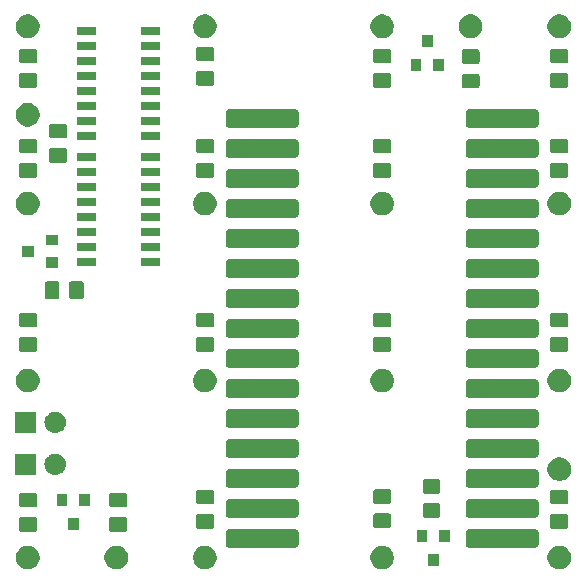
<source format=gbr>
G04 #@! TF.GenerationSoftware,KiCad,Pcbnew,5.0.1*
G04 #@! TF.CreationDate,2018-11-18T18:28:25+01:00*
G04 #@! TF.ProjectId,LED-Cube_MK3,4C45442D437562655F4D4B332E6B6963,rev?*
G04 #@! TF.SameCoordinates,Original*
G04 #@! TF.FileFunction,Soldermask,Top*
G04 #@! TF.FilePolarity,Negative*
%FSLAX46Y46*%
G04 Gerber Fmt 4.6, Leading zero omitted, Abs format (unit mm)*
G04 Created by KiCad (PCBNEW 5.0.1) date So 18 Nov 2018 18:28:25 CET*
%MOMM*%
%LPD*%
G01*
G04 APERTURE LIST*
%ADD10C,0.100000*%
G04 APERTURE END LIST*
D10*
G36*
X37791981Y-61537468D02*
X37974150Y-61612925D01*
X38138103Y-61722475D01*
X38277525Y-61861897D01*
X38387075Y-62025850D01*
X38462532Y-62208019D01*
X38501000Y-62401410D01*
X38501000Y-62598590D01*
X38462532Y-62791981D01*
X38387075Y-62974150D01*
X38277525Y-63138103D01*
X38138103Y-63277525D01*
X37974150Y-63387075D01*
X37791981Y-63462532D01*
X37598590Y-63501000D01*
X37401410Y-63501000D01*
X37208019Y-63462532D01*
X37025850Y-63387075D01*
X36861897Y-63277525D01*
X36722475Y-63138103D01*
X36612925Y-62974150D01*
X36537468Y-62791981D01*
X36499000Y-62598590D01*
X36499000Y-62401410D01*
X36537468Y-62208019D01*
X36612925Y-62025850D01*
X36722475Y-61861897D01*
X36861897Y-61722475D01*
X37025850Y-61612925D01*
X37208019Y-61537468D01*
X37401410Y-61499000D01*
X37598590Y-61499000D01*
X37791981Y-61537468D01*
X37791981Y-61537468D01*
G37*
G36*
X52791981Y-61537468D02*
X52974150Y-61612925D01*
X53138103Y-61722475D01*
X53277525Y-61861897D01*
X53387075Y-62025850D01*
X53462532Y-62208019D01*
X53501000Y-62401410D01*
X53501000Y-62598590D01*
X53462532Y-62791981D01*
X53387075Y-62974150D01*
X53277525Y-63138103D01*
X53138103Y-63277525D01*
X52974150Y-63387075D01*
X52791981Y-63462532D01*
X52598590Y-63501000D01*
X52401410Y-63501000D01*
X52208019Y-63462532D01*
X52025850Y-63387075D01*
X51861897Y-63277525D01*
X51722475Y-63138103D01*
X51612925Y-62974150D01*
X51537468Y-62791981D01*
X51499000Y-62598590D01*
X51499000Y-62401410D01*
X51537468Y-62208019D01*
X51612925Y-62025850D01*
X51722475Y-61861897D01*
X51861897Y-61722475D01*
X52025850Y-61612925D01*
X52208019Y-61537468D01*
X52401410Y-61499000D01*
X52598590Y-61499000D01*
X52791981Y-61537468D01*
X52791981Y-61537468D01*
G37*
G36*
X67791981Y-61537468D02*
X67974150Y-61612925D01*
X68138103Y-61722475D01*
X68277525Y-61861897D01*
X68387075Y-62025850D01*
X68462532Y-62208019D01*
X68501000Y-62401410D01*
X68501000Y-62598590D01*
X68462532Y-62791981D01*
X68387075Y-62974150D01*
X68277525Y-63138103D01*
X68138103Y-63277525D01*
X67974150Y-63387075D01*
X67791981Y-63462532D01*
X67598590Y-63501000D01*
X67401410Y-63501000D01*
X67208019Y-63462532D01*
X67025850Y-63387075D01*
X66861897Y-63277525D01*
X66722475Y-63138103D01*
X66612925Y-62974150D01*
X66537468Y-62791981D01*
X66499000Y-62598590D01*
X66499000Y-62401410D01*
X66537468Y-62208019D01*
X66612925Y-62025850D01*
X66722475Y-61861897D01*
X66861897Y-61722475D01*
X67025850Y-61612925D01*
X67208019Y-61537468D01*
X67401410Y-61499000D01*
X67598590Y-61499000D01*
X67791981Y-61537468D01*
X67791981Y-61537468D01*
G37*
G36*
X30291981Y-61537468D02*
X30474150Y-61612925D01*
X30638103Y-61722475D01*
X30777525Y-61861897D01*
X30887075Y-62025850D01*
X30962532Y-62208019D01*
X31001000Y-62401410D01*
X31001000Y-62598590D01*
X30962532Y-62791981D01*
X30887075Y-62974150D01*
X30777525Y-63138103D01*
X30638103Y-63277525D01*
X30474150Y-63387075D01*
X30291981Y-63462532D01*
X30098590Y-63501000D01*
X29901410Y-63501000D01*
X29708019Y-63462532D01*
X29525850Y-63387075D01*
X29361897Y-63277525D01*
X29222475Y-63138103D01*
X29112925Y-62974150D01*
X29037468Y-62791981D01*
X28999000Y-62598590D01*
X28999000Y-62401410D01*
X29037468Y-62208019D01*
X29112925Y-62025850D01*
X29222475Y-61861897D01*
X29361897Y-61722475D01*
X29525850Y-61612925D01*
X29708019Y-61537468D01*
X29901410Y-61499000D01*
X30098590Y-61499000D01*
X30291981Y-61537468D01*
X30291981Y-61537468D01*
G37*
G36*
X22791981Y-61537468D02*
X22974150Y-61612925D01*
X23138103Y-61722475D01*
X23277525Y-61861897D01*
X23387075Y-62025850D01*
X23462532Y-62208019D01*
X23501000Y-62401410D01*
X23501000Y-62598590D01*
X23462532Y-62791981D01*
X23387075Y-62974150D01*
X23277525Y-63138103D01*
X23138103Y-63277525D01*
X22974150Y-63387075D01*
X22791981Y-63462532D01*
X22598590Y-63501000D01*
X22401410Y-63501000D01*
X22208019Y-63462532D01*
X22025850Y-63387075D01*
X21861897Y-63277525D01*
X21722475Y-63138103D01*
X21612925Y-62974150D01*
X21537468Y-62791981D01*
X21499000Y-62598590D01*
X21499000Y-62401410D01*
X21537468Y-62208019D01*
X21612925Y-62025850D01*
X21722475Y-61861897D01*
X21861897Y-61722475D01*
X22025850Y-61612925D01*
X22208019Y-61537468D01*
X22401410Y-61499000D01*
X22598590Y-61499000D01*
X22791981Y-61537468D01*
X22791981Y-61537468D01*
G37*
G36*
X57281000Y-63199000D02*
X56379000Y-63199000D01*
X56379000Y-62197000D01*
X57281000Y-62197000D01*
X57281000Y-63199000D01*
X57281000Y-63199000D01*
G37*
G36*
X45180822Y-60066087D02*
X45244114Y-60085287D01*
X45302448Y-60116467D01*
X45353574Y-60158426D01*
X45395533Y-60209552D01*
X45426713Y-60267886D01*
X45445913Y-60331178D01*
X45453000Y-60403139D01*
X45453000Y-61316861D01*
X45445913Y-61388822D01*
X45426713Y-61452114D01*
X45395533Y-61510448D01*
X45353574Y-61561574D01*
X45302448Y-61603533D01*
X45244114Y-61634713D01*
X45180822Y-61653913D01*
X45108861Y-61661000D01*
X39595139Y-61661000D01*
X39523178Y-61653913D01*
X39459886Y-61634713D01*
X39401552Y-61603533D01*
X39350426Y-61561574D01*
X39308467Y-61510448D01*
X39277287Y-61452114D01*
X39258087Y-61388822D01*
X39251000Y-61316861D01*
X39251000Y-60403139D01*
X39258087Y-60331178D01*
X39277287Y-60267886D01*
X39308467Y-60209552D01*
X39350426Y-60158426D01*
X39401552Y-60116467D01*
X39459886Y-60085287D01*
X39523178Y-60066087D01*
X39595139Y-60059000D01*
X45108861Y-60059000D01*
X45180822Y-60066087D01*
X45180822Y-60066087D01*
G37*
G36*
X65500822Y-60066087D02*
X65564114Y-60085287D01*
X65622448Y-60116467D01*
X65673574Y-60158426D01*
X65715533Y-60209552D01*
X65746713Y-60267886D01*
X65765913Y-60331178D01*
X65773000Y-60403139D01*
X65773000Y-61316861D01*
X65765913Y-61388822D01*
X65746713Y-61452114D01*
X65715533Y-61510448D01*
X65673574Y-61561574D01*
X65622448Y-61603533D01*
X65564114Y-61634713D01*
X65500822Y-61653913D01*
X65428861Y-61661000D01*
X59915139Y-61661000D01*
X59843178Y-61653913D01*
X59779886Y-61634713D01*
X59721552Y-61603533D01*
X59670426Y-61561574D01*
X59628467Y-61510448D01*
X59597287Y-61452114D01*
X59578087Y-61388822D01*
X59571000Y-61316861D01*
X59571000Y-60403139D01*
X59578087Y-60331178D01*
X59597287Y-60267886D01*
X59628467Y-60209552D01*
X59670426Y-60158426D01*
X59721552Y-60116467D01*
X59779886Y-60085287D01*
X59843178Y-60066087D01*
X59915139Y-60059000D01*
X65428861Y-60059000D01*
X65500822Y-60066087D01*
X65500822Y-60066087D01*
G37*
G36*
X56331000Y-61199000D02*
X55429000Y-61199000D01*
X55429000Y-60197000D01*
X56331000Y-60197000D01*
X56331000Y-61199000D01*
X56331000Y-61199000D01*
G37*
G36*
X58231000Y-61199000D02*
X57329000Y-61199000D01*
X57329000Y-60197000D01*
X58231000Y-60197000D01*
X58231000Y-61199000D01*
X58231000Y-61199000D01*
G37*
G36*
X23128677Y-59053465D02*
X23166364Y-59064898D01*
X23201103Y-59083466D01*
X23231548Y-59108452D01*
X23256534Y-59138897D01*
X23275102Y-59173636D01*
X23286535Y-59211323D01*
X23291000Y-59256661D01*
X23291000Y-60093339D01*
X23286535Y-60138677D01*
X23275102Y-60176364D01*
X23256534Y-60211103D01*
X23231548Y-60241548D01*
X23201103Y-60266534D01*
X23166364Y-60285102D01*
X23128677Y-60296535D01*
X23083339Y-60301000D01*
X21996661Y-60301000D01*
X21951323Y-60296535D01*
X21913636Y-60285102D01*
X21878897Y-60266534D01*
X21848452Y-60241548D01*
X21823466Y-60211103D01*
X21804898Y-60176364D01*
X21793465Y-60138677D01*
X21789000Y-60093339D01*
X21789000Y-59256661D01*
X21793465Y-59211323D01*
X21804898Y-59173636D01*
X21823466Y-59138897D01*
X21848452Y-59108452D01*
X21878897Y-59083466D01*
X21913636Y-59064898D01*
X21951323Y-59053465D01*
X21996661Y-59049000D01*
X23083339Y-59049000D01*
X23128677Y-59053465D01*
X23128677Y-59053465D01*
G37*
G36*
X30748677Y-59053465D02*
X30786364Y-59064898D01*
X30821103Y-59083466D01*
X30851548Y-59108452D01*
X30876534Y-59138897D01*
X30895102Y-59173636D01*
X30906535Y-59211323D01*
X30911000Y-59256661D01*
X30911000Y-60093339D01*
X30906535Y-60138677D01*
X30895102Y-60176364D01*
X30876534Y-60211103D01*
X30851548Y-60241548D01*
X30821103Y-60266534D01*
X30786364Y-60285102D01*
X30748677Y-60296535D01*
X30703339Y-60301000D01*
X29616661Y-60301000D01*
X29571323Y-60296535D01*
X29533636Y-60285102D01*
X29498897Y-60266534D01*
X29468452Y-60241548D01*
X29443466Y-60211103D01*
X29424898Y-60176364D01*
X29413465Y-60138677D01*
X29409000Y-60093339D01*
X29409000Y-59256661D01*
X29413465Y-59211323D01*
X29424898Y-59173636D01*
X29443466Y-59138897D01*
X29468452Y-59108452D01*
X29498897Y-59083466D01*
X29533636Y-59064898D01*
X29571323Y-59053465D01*
X29616661Y-59049000D01*
X30703339Y-59049000D01*
X30748677Y-59053465D01*
X30748677Y-59053465D01*
G37*
G36*
X26801000Y-60151000D02*
X25899000Y-60151000D01*
X25899000Y-59149000D01*
X26801000Y-59149000D01*
X26801000Y-60151000D01*
X26801000Y-60151000D01*
G37*
G36*
X68086677Y-58799465D02*
X68124364Y-58810898D01*
X68159103Y-58829466D01*
X68189548Y-58854452D01*
X68214534Y-58884897D01*
X68233102Y-58919636D01*
X68244535Y-58957323D01*
X68249000Y-59002661D01*
X68249000Y-59839339D01*
X68244535Y-59884677D01*
X68233102Y-59922364D01*
X68214534Y-59957103D01*
X68189548Y-59987548D01*
X68159103Y-60012534D01*
X68124364Y-60031102D01*
X68086677Y-60042535D01*
X68041339Y-60047000D01*
X66954661Y-60047000D01*
X66909323Y-60042535D01*
X66871636Y-60031102D01*
X66836897Y-60012534D01*
X66806452Y-59987548D01*
X66781466Y-59957103D01*
X66762898Y-59922364D01*
X66751465Y-59884677D01*
X66747000Y-59839339D01*
X66747000Y-59002661D01*
X66751465Y-58957323D01*
X66762898Y-58919636D01*
X66781466Y-58884897D01*
X66806452Y-58854452D01*
X66836897Y-58829466D01*
X66871636Y-58810898D01*
X66909323Y-58799465D01*
X66954661Y-58795000D01*
X68041339Y-58795000D01*
X68086677Y-58799465D01*
X68086677Y-58799465D01*
G37*
G36*
X38114677Y-58799465D02*
X38152364Y-58810898D01*
X38187103Y-58829466D01*
X38217548Y-58854452D01*
X38242534Y-58884897D01*
X38261102Y-58919636D01*
X38272535Y-58957323D01*
X38277000Y-59002661D01*
X38277000Y-59839339D01*
X38272535Y-59884677D01*
X38261102Y-59922364D01*
X38242534Y-59957103D01*
X38217548Y-59987548D01*
X38187103Y-60012534D01*
X38152364Y-60031102D01*
X38114677Y-60042535D01*
X38069339Y-60047000D01*
X36982661Y-60047000D01*
X36937323Y-60042535D01*
X36899636Y-60031102D01*
X36864897Y-60012534D01*
X36834452Y-59987548D01*
X36809466Y-59957103D01*
X36790898Y-59922364D01*
X36779465Y-59884677D01*
X36775000Y-59839339D01*
X36775000Y-59002661D01*
X36779465Y-58957323D01*
X36790898Y-58919636D01*
X36809466Y-58884897D01*
X36834452Y-58854452D01*
X36864897Y-58829466D01*
X36899636Y-58810898D01*
X36937323Y-58799465D01*
X36982661Y-58795000D01*
X38069339Y-58795000D01*
X38114677Y-58799465D01*
X38114677Y-58799465D01*
G37*
G36*
X53100677Y-58753465D02*
X53138364Y-58764898D01*
X53173103Y-58783466D01*
X53203548Y-58808452D01*
X53228534Y-58838897D01*
X53247102Y-58873636D01*
X53258535Y-58911323D01*
X53263000Y-58956661D01*
X53263000Y-59793339D01*
X53258535Y-59838677D01*
X53247102Y-59876364D01*
X53228534Y-59911103D01*
X53203548Y-59941548D01*
X53173103Y-59966534D01*
X53138364Y-59985102D01*
X53100677Y-59996535D01*
X53055339Y-60001000D01*
X51968661Y-60001000D01*
X51923323Y-59996535D01*
X51885636Y-59985102D01*
X51850897Y-59966534D01*
X51820452Y-59941548D01*
X51795466Y-59911103D01*
X51776898Y-59876364D01*
X51765465Y-59838677D01*
X51761000Y-59793339D01*
X51761000Y-58956661D01*
X51765465Y-58911323D01*
X51776898Y-58873636D01*
X51795466Y-58838897D01*
X51820452Y-58808452D01*
X51850897Y-58783466D01*
X51885636Y-58764898D01*
X51923323Y-58753465D01*
X51968661Y-58749000D01*
X53055339Y-58749000D01*
X53100677Y-58753465D01*
X53100677Y-58753465D01*
G37*
G36*
X57266277Y-57885065D02*
X57303964Y-57896498D01*
X57338703Y-57915066D01*
X57369148Y-57940052D01*
X57394134Y-57970497D01*
X57412702Y-58005236D01*
X57424135Y-58042923D01*
X57428600Y-58088261D01*
X57428600Y-58924939D01*
X57424135Y-58970277D01*
X57412702Y-59007964D01*
X57394134Y-59042703D01*
X57369148Y-59073148D01*
X57338703Y-59098134D01*
X57303964Y-59116702D01*
X57266277Y-59128135D01*
X57220939Y-59132600D01*
X56134261Y-59132600D01*
X56088923Y-59128135D01*
X56051236Y-59116702D01*
X56016497Y-59098134D01*
X55986052Y-59073148D01*
X55961066Y-59042703D01*
X55942498Y-59007964D01*
X55931065Y-58970277D01*
X55926600Y-58924939D01*
X55926600Y-58088261D01*
X55931065Y-58042923D01*
X55942498Y-58005236D01*
X55961066Y-57970497D01*
X55986052Y-57940052D01*
X56016497Y-57915066D01*
X56051236Y-57896498D01*
X56088923Y-57885065D01*
X56134261Y-57880600D01*
X57220939Y-57880600D01*
X57266277Y-57885065D01*
X57266277Y-57885065D01*
G37*
G36*
X45180822Y-57526087D02*
X45244114Y-57545287D01*
X45302448Y-57576467D01*
X45353574Y-57618426D01*
X45395533Y-57669552D01*
X45426713Y-57727886D01*
X45445913Y-57791178D01*
X45453000Y-57863139D01*
X45453000Y-58776861D01*
X45445913Y-58848822D01*
X45426713Y-58912114D01*
X45395533Y-58970448D01*
X45353574Y-59021574D01*
X45302448Y-59063533D01*
X45244114Y-59094713D01*
X45180822Y-59113913D01*
X45108861Y-59121000D01*
X39595139Y-59121000D01*
X39523178Y-59113913D01*
X39459886Y-59094713D01*
X39401552Y-59063533D01*
X39350426Y-59021574D01*
X39308467Y-58970448D01*
X39277287Y-58912114D01*
X39258087Y-58848822D01*
X39251000Y-58776861D01*
X39251000Y-57863139D01*
X39258087Y-57791178D01*
X39277287Y-57727886D01*
X39308467Y-57669552D01*
X39350426Y-57618426D01*
X39401552Y-57576467D01*
X39459886Y-57545287D01*
X39523178Y-57526087D01*
X39595139Y-57519000D01*
X45108861Y-57519000D01*
X45180822Y-57526087D01*
X45180822Y-57526087D01*
G37*
G36*
X65500822Y-57526087D02*
X65564114Y-57545287D01*
X65622448Y-57576467D01*
X65673574Y-57618426D01*
X65715533Y-57669552D01*
X65746713Y-57727886D01*
X65765913Y-57791178D01*
X65773000Y-57863139D01*
X65773000Y-58776861D01*
X65765913Y-58848822D01*
X65746713Y-58912114D01*
X65715533Y-58970448D01*
X65673574Y-59021574D01*
X65622448Y-59063533D01*
X65564114Y-59094713D01*
X65500822Y-59113913D01*
X65428861Y-59121000D01*
X59915139Y-59121000D01*
X59843178Y-59113913D01*
X59779886Y-59094713D01*
X59721552Y-59063533D01*
X59670426Y-59021574D01*
X59628467Y-58970448D01*
X59597287Y-58912114D01*
X59578087Y-58848822D01*
X59571000Y-58776861D01*
X59571000Y-57863139D01*
X59578087Y-57791178D01*
X59597287Y-57727886D01*
X59628467Y-57669552D01*
X59670426Y-57618426D01*
X59721552Y-57576467D01*
X59779886Y-57545287D01*
X59843178Y-57526087D01*
X59915139Y-57519000D01*
X65428861Y-57519000D01*
X65500822Y-57526087D01*
X65500822Y-57526087D01*
G37*
G36*
X30748677Y-57003465D02*
X30786364Y-57014898D01*
X30821103Y-57033466D01*
X30851548Y-57058452D01*
X30876534Y-57088897D01*
X30895102Y-57123636D01*
X30906535Y-57161323D01*
X30911000Y-57206661D01*
X30911000Y-58043339D01*
X30906535Y-58088677D01*
X30895102Y-58126364D01*
X30876534Y-58161103D01*
X30851548Y-58191548D01*
X30821103Y-58216534D01*
X30786364Y-58235102D01*
X30748677Y-58246535D01*
X30703339Y-58251000D01*
X29616661Y-58251000D01*
X29571323Y-58246535D01*
X29533636Y-58235102D01*
X29498897Y-58216534D01*
X29468452Y-58191548D01*
X29443466Y-58161103D01*
X29424898Y-58126364D01*
X29413465Y-58088677D01*
X29409000Y-58043339D01*
X29409000Y-57206661D01*
X29413465Y-57161323D01*
X29424898Y-57123636D01*
X29443466Y-57088897D01*
X29468452Y-57058452D01*
X29498897Y-57033466D01*
X29533636Y-57014898D01*
X29571323Y-57003465D01*
X29616661Y-56999000D01*
X30703339Y-56999000D01*
X30748677Y-57003465D01*
X30748677Y-57003465D01*
G37*
G36*
X23128677Y-57003465D02*
X23166364Y-57014898D01*
X23201103Y-57033466D01*
X23231548Y-57058452D01*
X23256534Y-57088897D01*
X23275102Y-57123636D01*
X23286535Y-57161323D01*
X23291000Y-57206661D01*
X23291000Y-58043339D01*
X23286535Y-58088677D01*
X23275102Y-58126364D01*
X23256534Y-58161103D01*
X23231548Y-58191548D01*
X23201103Y-58216534D01*
X23166364Y-58235102D01*
X23128677Y-58246535D01*
X23083339Y-58251000D01*
X21996661Y-58251000D01*
X21951323Y-58246535D01*
X21913636Y-58235102D01*
X21878897Y-58216534D01*
X21848452Y-58191548D01*
X21823466Y-58161103D01*
X21804898Y-58126364D01*
X21793465Y-58088677D01*
X21789000Y-58043339D01*
X21789000Y-57206661D01*
X21793465Y-57161323D01*
X21804898Y-57123636D01*
X21823466Y-57088897D01*
X21848452Y-57058452D01*
X21878897Y-57033466D01*
X21913636Y-57014898D01*
X21951323Y-57003465D01*
X21996661Y-56999000D01*
X23083339Y-56999000D01*
X23128677Y-57003465D01*
X23128677Y-57003465D01*
G37*
G36*
X27751000Y-58151000D02*
X26849000Y-58151000D01*
X26849000Y-57149000D01*
X27751000Y-57149000D01*
X27751000Y-58151000D01*
X27751000Y-58151000D01*
G37*
G36*
X25851000Y-58151000D02*
X24949000Y-58151000D01*
X24949000Y-57149000D01*
X25851000Y-57149000D01*
X25851000Y-58151000D01*
X25851000Y-58151000D01*
G37*
G36*
X68086677Y-56749465D02*
X68124364Y-56760898D01*
X68159103Y-56779466D01*
X68189548Y-56804452D01*
X68214534Y-56834897D01*
X68233102Y-56869636D01*
X68244535Y-56907323D01*
X68249000Y-56952661D01*
X68249000Y-57789339D01*
X68244535Y-57834677D01*
X68233102Y-57872364D01*
X68214534Y-57907103D01*
X68189548Y-57937548D01*
X68159103Y-57962534D01*
X68124364Y-57981102D01*
X68086677Y-57992535D01*
X68041339Y-57997000D01*
X66954661Y-57997000D01*
X66909323Y-57992535D01*
X66871636Y-57981102D01*
X66836897Y-57962534D01*
X66806452Y-57937548D01*
X66781466Y-57907103D01*
X66762898Y-57872364D01*
X66751465Y-57834677D01*
X66747000Y-57789339D01*
X66747000Y-56952661D01*
X66751465Y-56907323D01*
X66762898Y-56869636D01*
X66781466Y-56834897D01*
X66806452Y-56804452D01*
X66836897Y-56779466D01*
X66871636Y-56760898D01*
X66909323Y-56749465D01*
X66954661Y-56745000D01*
X68041339Y-56745000D01*
X68086677Y-56749465D01*
X68086677Y-56749465D01*
G37*
G36*
X38114677Y-56749465D02*
X38152364Y-56760898D01*
X38187103Y-56779466D01*
X38217548Y-56804452D01*
X38242534Y-56834897D01*
X38261102Y-56869636D01*
X38272535Y-56907323D01*
X38277000Y-56952661D01*
X38277000Y-57789339D01*
X38272535Y-57834677D01*
X38261102Y-57872364D01*
X38242534Y-57907103D01*
X38217548Y-57937548D01*
X38187103Y-57962534D01*
X38152364Y-57981102D01*
X38114677Y-57992535D01*
X38069339Y-57997000D01*
X36982661Y-57997000D01*
X36937323Y-57992535D01*
X36899636Y-57981102D01*
X36864897Y-57962534D01*
X36834452Y-57937548D01*
X36809466Y-57907103D01*
X36790898Y-57872364D01*
X36779465Y-57834677D01*
X36775000Y-57789339D01*
X36775000Y-56952661D01*
X36779465Y-56907323D01*
X36790898Y-56869636D01*
X36809466Y-56834897D01*
X36834452Y-56804452D01*
X36864897Y-56779466D01*
X36899636Y-56760898D01*
X36937323Y-56749465D01*
X36982661Y-56745000D01*
X38069339Y-56745000D01*
X38114677Y-56749465D01*
X38114677Y-56749465D01*
G37*
G36*
X53100677Y-56703465D02*
X53138364Y-56714898D01*
X53173103Y-56733466D01*
X53203548Y-56758452D01*
X53228534Y-56788897D01*
X53247102Y-56823636D01*
X53258535Y-56861323D01*
X53263000Y-56906661D01*
X53263000Y-57743339D01*
X53258535Y-57788677D01*
X53247102Y-57826364D01*
X53228534Y-57861103D01*
X53203548Y-57891548D01*
X53173103Y-57916534D01*
X53138364Y-57935102D01*
X53100677Y-57946535D01*
X53055339Y-57951000D01*
X51968661Y-57951000D01*
X51923323Y-57946535D01*
X51885636Y-57935102D01*
X51850897Y-57916534D01*
X51820452Y-57891548D01*
X51795466Y-57861103D01*
X51776898Y-57826364D01*
X51765465Y-57788677D01*
X51761000Y-57743339D01*
X51761000Y-56906661D01*
X51765465Y-56861323D01*
X51776898Y-56823636D01*
X51795466Y-56788897D01*
X51820452Y-56758452D01*
X51850897Y-56733466D01*
X51885636Y-56714898D01*
X51923323Y-56703465D01*
X51968661Y-56699000D01*
X53055339Y-56699000D01*
X53100677Y-56703465D01*
X53100677Y-56703465D01*
G37*
G36*
X57266277Y-55835065D02*
X57303964Y-55846498D01*
X57338703Y-55865066D01*
X57369148Y-55890052D01*
X57394134Y-55920497D01*
X57412702Y-55955236D01*
X57424135Y-55992923D01*
X57428600Y-56038261D01*
X57428600Y-56874939D01*
X57424135Y-56920277D01*
X57412702Y-56957964D01*
X57394134Y-56992703D01*
X57369148Y-57023148D01*
X57338703Y-57048134D01*
X57303964Y-57066702D01*
X57266277Y-57078135D01*
X57220939Y-57082600D01*
X56134261Y-57082600D01*
X56088923Y-57078135D01*
X56051236Y-57066702D01*
X56016497Y-57048134D01*
X55986052Y-57023148D01*
X55961066Y-56992703D01*
X55942498Y-56957964D01*
X55931065Y-56920277D01*
X55926600Y-56874939D01*
X55926600Y-56038261D01*
X55931065Y-55992923D01*
X55942498Y-55955236D01*
X55961066Y-55920497D01*
X55986052Y-55890052D01*
X56016497Y-55865066D01*
X56051236Y-55846498D01*
X56088923Y-55835065D01*
X56134261Y-55830600D01*
X57220939Y-55830600D01*
X57266277Y-55835065D01*
X57266277Y-55835065D01*
G37*
G36*
X65500822Y-54986087D02*
X65564114Y-55005287D01*
X65622448Y-55036467D01*
X65673574Y-55078426D01*
X65715533Y-55129552D01*
X65746713Y-55187886D01*
X65765913Y-55251178D01*
X65773000Y-55323139D01*
X65773000Y-56236861D01*
X65765913Y-56308822D01*
X65746713Y-56372114D01*
X65715533Y-56430448D01*
X65673574Y-56481574D01*
X65622448Y-56523533D01*
X65564114Y-56554713D01*
X65500822Y-56573913D01*
X65428861Y-56581000D01*
X59915139Y-56581000D01*
X59843178Y-56573913D01*
X59779886Y-56554713D01*
X59721552Y-56523533D01*
X59670426Y-56481574D01*
X59628467Y-56430448D01*
X59597287Y-56372114D01*
X59578087Y-56308822D01*
X59571000Y-56236861D01*
X59571000Y-55323139D01*
X59578087Y-55251178D01*
X59597287Y-55187886D01*
X59628467Y-55129552D01*
X59670426Y-55078426D01*
X59721552Y-55036467D01*
X59779886Y-55005287D01*
X59843178Y-54986087D01*
X59915139Y-54979000D01*
X65428861Y-54979000D01*
X65500822Y-54986087D01*
X65500822Y-54986087D01*
G37*
G36*
X45180822Y-54986087D02*
X45244114Y-55005287D01*
X45302448Y-55036467D01*
X45353574Y-55078426D01*
X45395533Y-55129552D01*
X45426713Y-55187886D01*
X45445913Y-55251178D01*
X45453000Y-55323139D01*
X45453000Y-56236861D01*
X45445913Y-56308822D01*
X45426713Y-56372114D01*
X45395533Y-56430448D01*
X45353574Y-56481574D01*
X45302448Y-56523533D01*
X45244114Y-56554713D01*
X45180822Y-56573913D01*
X45108861Y-56581000D01*
X39595139Y-56581000D01*
X39523178Y-56573913D01*
X39459886Y-56554713D01*
X39401552Y-56523533D01*
X39350426Y-56481574D01*
X39308467Y-56430448D01*
X39277287Y-56372114D01*
X39258087Y-56308822D01*
X39251000Y-56236861D01*
X39251000Y-55323139D01*
X39258087Y-55251178D01*
X39277287Y-55187886D01*
X39308467Y-55129552D01*
X39350426Y-55078426D01*
X39401552Y-55036467D01*
X39459886Y-55005287D01*
X39523178Y-54986087D01*
X39595139Y-54979000D01*
X45108861Y-54979000D01*
X45180822Y-54986087D01*
X45180822Y-54986087D01*
G37*
G36*
X67791981Y-54037468D02*
X67974150Y-54112925D01*
X68138103Y-54222475D01*
X68277525Y-54361897D01*
X68387075Y-54525850D01*
X68462532Y-54708019D01*
X68501000Y-54901410D01*
X68501000Y-55098590D01*
X68462532Y-55291981D01*
X68387075Y-55474150D01*
X68277525Y-55638103D01*
X68138103Y-55777525D01*
X67974150Y-55887075D01*
X67893462Y-55920497D01*
X67791981Y-55962532D01*
X67598590Y-56001000D01*
X67401410Y-56001000D01*
X67208019Y-55962532D01*
X67106538Y-55920497D01*
X67025850Y-55887075D01*
X66861897Y-55777525D01*
X66722475Y-55638103D01*
X66612925Y-55474150D01*
X66537468Y-55291981D01*
X66499000Y-55098590D01*
X66499000Y-54901410D01*
X66537468Y-54708019D01*
X66612925Y-54525850D01*
X66722475Y-54361897D01*
X66861897Y-54222475D01*
X67025850Y-54112925D01*
X67208019Y-54037468D01*
X67401410Y-53999000D01*
X67598590Y-53999000D01*
X67791981Y-54037468D01*
X67791981Y-54037468D01*
G37*
G36*
X24936443Y-53691519D02*
X25002627Y-53698037D01*
X25070526Y-53718634D01*
X25172467Y-53749557D01*
X25255173Y-53793765D01*
X25328991Y-53833222D01*
X25364729Y-53862552D01*
X25466186Y-53945814D01*
X25522729Y-54014713D01*
X25578778Y-54083009D01*
X25578779Y-54083011D01*
X25662443Y-54239533D01*
X25662443Y-54239534D01*
X25713963Y-54409373D01*
X25731359Y-54586000D01*
X25713963Y-54762627D01*
X25679616Y-54875853D01*
X25662443Y-54932467D01*
X25637570Y-54979000D01*
X25578778Y-55088991D01*
X25572776Y-55096304D01*
X25466186Y-55226186D01*
X25364729Y-55309448D01*
X25328991Y-55338778D01*
X25328989Y-55338779D01*
X25172467Y-55422443D01*
X25115853Y-55439616D01*
X25002627Y-55473963D01*
X24936443Y-55480481D01*
X24870260Y-55487000D01*
X24781740Y-55487000D01*
X24715557Y-55480481D01*
X24649373Y-55473963D01*
X24536147Y-55439616D01*
X24479533Y-55422443D01*
X24323011Y-55338779D01*
X24323009Y-55338778D01*
X24287271Y-55309448D01*
X24185814Y-55226186D01*
X24079224Y-55096304D01*
X24073222Y-55088991D01*
X24014430Y-54979000D01*
X23989557Y-54932467D01*
X23972384Y-54875853D01*
X23938037Y-54762627D01*
X23920641Y-54586000D01*
X23938037Y-54409373D01*
X23989557Y-54239534D01*
X23989557Y-54239533D01*
X24073221Y-54083011D01*
X24073222Y-54083009D01*
X24129271Y-54014713D01*
X24185814Y-53945814D01*
X24287271Y-53862552D01*
X24323009Y-53833222D01*
X24396827Y-53793765D01*
X24479533Y-53749557D01*
X24581474Y-53718634D01*
X24649373Y-53698037D01*
X24715557Y-53691519D01*
X24781740Y-53685000D01*
X24870260Y-53685000D01*
X24936443Y-53691519D01*
X24936443Y-53691519D01*
G37*
G36*
X23187000Y-55487000D02*
X21385000Y-55487000D01*
X21385000Y-53685000D01*
X23187000Y-53685000D01*
X23187000Y-55487000D01*
X23187000Y-55487000D01*
G37*
G36*
X45180822Y-52446087D02*
X45244114Y-52465287D01*
X45302448Y-52496467D01*
X45353574Y-52538426D01*
X45395533Y-52589552D01*
X45426713Y-52647886D01*
X45445913Y-52711178D01*
X45453000Y-52783139D01*
X45453000Y-53696861D01*
X45445913Y-53768822D01*
X45426713Y-53832114D01*
X45395533Y-53890448D01*
X45353574Y-53941574D01*
X45302448Y-53983533D01*
X45244114Y-54014713D01*
X45180822Y-54033913D01*
X45108861Y-54041000D01*
X39595139Y-54041000D01*
X39523178Y-54033913D01*
X39459886Y-54014713D01*
X39401552Y-53983533D01*
X39350426Y-53941574D01*
X39308467Y-53890448D01*
X39277287Y-53832114D01*
X39258087Y-53768822D01*
X39251000Y-53696861D01*
X39251000Y-52783139D01*
X39258087Y-52711178D01*
X39277287Y-52647886D01*
X39308467Y-52589552D01*
X39350426Y-52538426D01*
X39401552Y-52496467D01*
X39459886Y-52465287D01*
X39523178Y-52446087D01*
X39595139Y-52439000D01*
X45108861Y-52439000D01*
X45180822Y-52446087D01*
X45180822Y-52446087D01*
G37*
G36*
X65500822Y-52446087D02*
X65564114Y-52465287D01*
X65622448Y-52496467D01*
X65673574Y-52538426D01*
X65715533Y-52589552D01*
X65746713Y-52647886D01*
X65765913Y-52711178D01*
X65773000Y-52783139D01*
X65773000Y-53696861D01*
X65765913Y-53768822D01*
X65746713Y-53832114D01*
X65715533Y-53890448D01*
X65673574Y-53941574D01*
X65622448Y-53983533D01*
X65564114Y-54014713D01*
X65500822Y-54033913D01*
X65428861Y-54041000D01*
X59915139Y-54041000D01*
X59843178Y-54033913D01*
X59779886Y-54014713D01*
X59721552Y-53983533D01*
X59670426Y-53941574D01*
X59628467Y-53890448D01*
X59597287Y-53832114D01*
X59578087Y-53768822D01*
X59571000Y-53696861D01*
X59571000Y-52783139D01*
X59578087Y-52711178D01*
X59597287Y-52647886D01*
X59628467Y-52589552D01*
X59670426Y-52538426D01*
X59721552Y-52496467D01*
X59779886Y-52465287D01*
X59843178Y-52446087D01*
X59915139Y-52439000D01*
X65428861Y-52439000D01*
X65500822Y-52446087D01*
X65500822Y-52446087D01*
G37*
G36*
X23187000Y-51931000D02*
X21385000Y-51931000D01*
X21385000Y-50129000D01*
X23187000Y-50129000D01*
X23187000Y-51931000D01*
X23187000Y-51931000D01*
G37*
G36*
X24936443Y-50135519D02*
X25002627Y-50142037D01*
X25098692Y-50171178D01*
X25172467Y-50193557D01*
X25224493Y-50221366D01*
X25328991Y-50277222D01*
X25364729Y-50306552D01*
X25466186Y-50389814D01*
X25549448Y-50491271D01*
X25578778Y-50527009D01*
X25578779Y-50527011D01*
X25662443Y-50683533D01*
X25662443Y-50683534D01*
X25713963Y-50853373D01*
X25731359Y-51030000D01*
X25713963Y-51206627D01*
X25707230Y-51228822D01*
X25662443Y-51376467D01*
X25599991Y-51493305D01*
X25578778Y-51532991D01*
X25549448Y-51568729D01*
X25466186Y-51670186D01*
X25364729Y-51753448D01*
X25328991Y-51782778D01*
X25328989Y-51782779D01*
X25172467Y-51866443D01*
X25115853Y-51883616D01*
X25002627Y-51917963D01*
X24936442Y-51924482D01*
X24870260Y-51931000D01*
X24781740Y-51931000D01*
X24715558Y-51924482D01*
X24649373Y-51917963D01*
X24536147Y-51883616D01*
X24479533Y-51866443D01*
X24323011Y-51782779D01*
X24323009Y-51782778D01*
X24287271Y-51753448D01*
X24185814Y-51670186D01*
X24102552Y-51568729D01*
X24073222Y-51532991D01*
X24052009Y-51493305D01*
X23989557Y-51376467D01*
X23944770Y-51228822D01*
X23938037Y-51206627D01*
X23920641Y-51030000D01*
X23938037Y-50853373D01*
X23989557Y-50683534D01*
X23989557Y-50683533D01*
X24073221Y-50527011D01*
X24073222Y-50527009D01*
X24102552Y-50491271D01*
X24185814Y-50389814D01*
X24287271Y-50306552D01*
X24323009Y-50277222D01*
X24427507Y-50221366D01*
X24479533Y-50193557D01*
X24553308Y-50171178D01*
X24649373Y-50142037D01*
X24715557Y-50135519D01*
X24781740Y-50129000D01*
X24870260Y-50129000D01*
X24936443Y-50135519D01*
X24936443Y-50135519D01*
G37*
G36*
X45180822Y-49906087D02*
X45244114Y-49925287D01*
X45302448Y-49956467D01*
X45353574Y-49998426D01*
X45395533Y-50049552D01*
X45426713Y-50107886D01*
X45445913Y-50171178D01*
X45453000Y-50243139D01*
X45453000Y-51156861D01*
X45445913Y-51228822D01*
X45426713Y-51292114D01*
X45395533Y-51350448D01*
X45353574Y-51401574D01*
X45302448Y-51443533D01*
X45244114Y-51474713D01*
X45180822Y-51493913D01*
X45108861Y-51501000D01*
X39595139Y-51501000D01*
X39523178Y-51493913D01*
X39459886Y-51474713D01*
X39401552Y-51443533D01*
X39350426Y-51401574D01*
X39308467Y-51350448D01*
X39277287Y-51292114D01*
X39258087Y-51228822D01*
X39251000Y-51156861D01*
X39251000Y-50243139D01*
X39258087Y-50171178D01*
X39277287Y-50107886D01*
X39308467Y-50049552D01*
X39350426Y-49998426D01*
X39401552Y-49956467D01*
X39459886Y-49925287D01*
X39523178Y-49906087D01*
X39595139Y-49899000D01*
X45108861Y-49899000D01*
X45180822Y-49906087D01*
X45180822Y-49906087D01*
G37*
G36*
X65500822Y-49906087D02*
X65564114Y-49925287D01*
X65622448Y-49956467D01*
X65673574Y-49998426D01*
X65715533Y-50049552D01*
X65746713Y-50107886D01*
X65765913Y-50171178D01*
X65773000Y-50243139D01*
X65773000Y-51156861D01*
X65765913Y-51228822D01*
X65746713Y-51292114D01*
X65715533Y-51350448D01*
X65673574Y-51401574D01*
X65622448Y-51443533D01*
X65564114Y-51474713D01*
X65500822Y-51493913D01*
X65428861Y-51501000D01*
X59915139Y-51501000D01*
X59843178Y-51493913D01*
X59779886Y-51474713D01*
X59721552Y-51443533D01*
X59670426Y-51401574D01*
X59628467Y-51350448D01*
X59597287Y-51292114D01*
X59578087Y-51228822D01*
X59571000Y-51156861D01*
X59571000Y-50243139D01*
X59578087Y-50171178D01*
X59597287Y-50107886D01*
X59628467Y-50049552D01*
X59670426Y-49998426D01*
X59721552Y-49956467D01*
X59779886Y-49925287D01*
X59843178Y-49906087D01*
X59915139Y-49899000D01*
X65428861Y-49899000D01*
X65500822Y-49906087D01*
X65500822Y-49906087D01*
G37*
G36*
X45180822Y-47366087D02*
X45244114Y-47385287D01*
X45302448Y-47416467D01*
X45353574Y-47458426D01*
X45395533Y-47509552D01*
X45426713Y-47567886D01*
X45445913Y-47631178D01*
X45453000Y-47703139D01*
X45453000Y-48616861D01*
X45445913Y-48688822D01*
X45426713Y-48752114D01*
X45395533Y-48810448D01*
X45353574Y-48861574D01*
X45302448Y-48903533D01*
X45244114Y-48934713D01*
X45180822Y-48953913D01*
X45108861Y-48961000D01*
X39595139Y-48961000D01*
X39523178Y-48953913D01*
X39459886Y-48934713D01*
X39401552Y-48903533D01*
X39350426Y-48861574D01*
X39308467Y-48810448D01*
X39277287Y-48752114D01*
X39258087Y-48688822D01*
X39251000Y-48616861D01*
X39251000Y-47703139D01*
X39258087Y-47631178D01*
X39277287Y-47567886D01*
X39308467Y-47509552D01*
X39350426Y-47458426D01*
X39401552Y-47416467D01*
X39459886Y-47385287D01*
X39523178Y-47366087D01*
X39595139Y-47359000D01*
X45108861Y-47359000D01*
X45180822Y-47366087D01*
X45180822Y-47366087D01*
G37*
G36*
X65500822Y-47366087D02*
X65564114Y-47385287D01*
X65622448Y-47416467D01*
X65673574Y-47458426D01*
X65715533Y-47509552D01*
X65746713Y-47567886D01*
X65765913Y-47631178D01*
X65773000Y-47703139D01*
X65773000Y-48616861D01*
X65765913Y-48688822D01*
X65746713Y-48752114D01*
X65715533Y-48810448D01*
X65673574Y-48861574D01*
X65622448Y-48903533D01*
X65564114Y-48934713D01*
X65500822Y-48953913D01*
X65428861Y-48961000D01*
X59915139Y-48961000D01*
X59843178Y-48953913D01*
X59779886Y-48934713D01*
X59721552Y-48903533D01*
X59670426Y-48861574D01*
X59628467Y-48810448D01*
X59597287Y-48752114D01*
X59578087Y-48688822D01*
X59571000Y-48616861D01*
X59571000Y-47703139D01*
X59578087Y-47631178D01*
X59597287Y-47567886D01*
X59628467Y-47509552D01*
X59670426Y-47458426D01*
X59721552Y-47416467D01*
X59779886Y-47385287D01*
X59843178Y-47366087D01*
X59915139Y-47359000D01*
X65428861Y-47359000D01*
X65500822Y-47366087D01*
X65500822Y-47366087D01*
G37*
G36*
X52791981Y-46537468D02*
X52974150Y-46612925D01*
X53138103Y-46722475D01*
X53277525Y-46861897D01*
X53387075Y-47025850D01*
X53462532Y-47208019D01*
X53501000Y-47401410D01*
X53501000Y-47598590D01*
X53462532Y-47791981D01*
X53387075Y-47974150D01*
X53277525Y-48138103D01*
X53138103Y-48277525D01*
X52974150Y-48387075D01*
X52791981Y-48462532D01*
X52598590Y-48501000D01*
X52401410Y-48501000D01*
X52208019Y-48462532D01*
X52025850Y-48387075D01*
X51861897Y-48277525D01*
X51722475Y-48138103D01*
X51612925Y-47974150D01*
X51537468Y-47791981D01*
X51499000Y-47598590D01*
X51499000Y-47401410D01*
X51537468Y-47208019D01*
X51612925Y-47025850D01*
X51722475Y-46861897D01*
X51861897Y-46722475D01*
X52025850Y-46612925D01*
X52208019Y-46537468D01*
X52401410Y-46499000D01*
X52598590Y-46499000D01*
X52791981Y-46537468D01*
X52791981Y-46537468D01*
G37*
G36*
X37791981Y-46537468D02*
X37974150Y-46612925D01*
X38138103Y-46722475D01*
X38277525Y-46861897D01*
X38387075Y-47025850D01*
X38462532Y-47208019D01*
X38501000Y-47401410D01*
X38501000Y-47598590D01*
X38462532Y-47791981D01*
X38387075Y-47974150D01*
X38277525Y-48138103D01*
X38138103Y-48277525D01*
X37974150Y-48387075D01*
X37791981Y-48462532D01*
X37598590Y-48501000D01*
X37401410Y-48501000D01*
X37208019Y-48462532D01*
X37025850Y-48387075D01*
X36861897Y-48277525D01*
X36722475Y-48138103D01*
X36612925Y-47974150D01*
X36537468Y-47791981D01*
X36499000Y-47598590D01*
X36499000Y-47401410D01*
X36537468Y-47208019D01*
X36612925Y-47025850D01*
X36722475Y-46861897D01*
X36861897Y-46722475D01*
X37025850Y-46612925D01*
X37208019Y-46537468D01*
X37401410Y-46499000D01*
X37598590Y-46499000D01*
X37791981Y-46537468D01*
X37791981Y-46537468D01*
G37*
G36*
X22791981Y-46537468D02*
X22974150Y-46612925D01*
X23138103Y-46722475D01*
X23277525Y-46861897D01*
X23387075Y-47025850D01*
X23462532Y-47208019D01*
X23501000Y-47401410D01*
X23501000Y-47598590D01*
X23462532Y-47791981D01*
X23387075Y-47974150D01*
X23277525Y-48138103D01*
X23138103Y-48277525D01*
X22974150Y-48387075D01*
X22791981Y-48462532D01*
X22598590Y-48501000D01*
X22401410Y-48501000D01*
X22208019Y-48462532D01*
X22025850Y-48387075D01*
X21861897Y-48277525D01*
X21722475Y-48138103D01*
X21612925Y-47974150D01*
X21537468Y-47791981D01*
X21499000Y-47598590D01*
X21499000Y-47401410D01*
X21537468Y-47208019D01*
X21612925Y-47025850D01*
X21722475Y-46861897D01*
X21861897Y-46722475D01*
X22025850Y-46612925D01*
X22208019Y-46537468D01*
X22401410Y-46499000D01*
X22598590Y-46499000D01*
X22791981Y-46537468D01*
X22791981Y-46537468D01*
G37*
G36*
X67791981Y-46537468D02*
X67974150Y-46612925D01*
X68138103Y-46722475D01*
X68277525Y-46861897D01*
X68387075Y-47025850D01*
X68462532Y-47208019D01*
X68501000Y-47401410D01*
X68501000Y-47598590D01*
X68462532Y-47791981D01*
X68387075Y-47974150D01*
X68277525Y-48138103D01*
X68138103Y-48277525D01*
X67974150Y-48387075D01*
X67791981Y-48462532D01*
X67598590Y-48501000D01*
X67401410Y-48501000D01*
X67208019Y-48462532D01*
X67025850Y-48387075D01*
X66861897Y-48277525D01*
X66722475Y-48138103D01*
X66612925Y-47974150D01*
X66537468Y-47791981D01*
X66499000Y-47598590D01*
X66499000Y-47401410D01*
X66537468Y-47208019D01*
X66612925Y-47025850D01*
X66722475Y-46861897D01*
X66861897Y-46722475D01*
X67025850Y-46612925D01*
X67208019Y-46537468D01*
X67401410Y-46499000D01*
X67598590Y-46499000D01*
X67791981Y-46537468D01*
X67791981Y-46537468D01*
G37*
G36*
X65500822Y-44826087D02*
X65564114Y-44845287D01*
X65622448Y-44876467D01*
X65673574Y-44918426D01*
X65715533Y-44969552D01*
X65746713Y-45027886D01*
X65765913Y-45091178D01*
X65773000Y-45163139D01*
X65773000Y-46076861D01*
X65765913Y-46148822D01*
X65746713Y-46212114D01*
X65715533Y-46270448D01*
X65673574Y-46321574D01*
X65622448Y-46363533D01*
X65564114Y-46394713D01*
X65500822Y-46413913D01*
X65428861Y-46421000D01*
X59915139Y-46421000D01*
X59843178Y-46413913D01*
X59779886Y-46394713D01*
X59721552Y-46363533D01*
X59670426Y-46321574D01*
X59628467Y-46270448D01*
X59597287Y-46212114D01*
X59578087Y-46148822D01*
X59571000Y-46076861D01*
X59571000Y-45163139D01*
X59578087Y-45091178D01*
X59597287Y-45027886D01*
X59628467Y-44969552D01*
X59670426Y-44918426D01*
X59721552Y-44876467D01*
X59779886Y-44845287D01*
X59843178Y-44826087D01*
X59915139Y-44819000D01*
X65428861Y-44819000D01*
X65500822Y-44826087D01*
X65500822Y-44826087D01*
G37*
G36*
X45180822Y-44826087D02*
X45244114Y-44845287D01*
X45302448Y-44876467D01*
X45353574Y-44918426D01*
X45395533Y-44969552D01*
X45426713Y-45027886D01*
X45445913Y-45091178D01*
X45453000Y-45163139D01*
X45453000Y-46076861D01*
X45445913Y-46148822D01*
X45426713Y-46212114D01*
X45395533Y-46270448D01*
X45353574Y-46321574D01*
X45302448Y-46363533D01*
X45244114Y-46394713D01*
X45180822Y-46413913D01*
X45108861Y-46421000D01*
X39595139Y-46421000D01*
X39523178Y-46413913D01*
X39459886Y-46394713D01*
X39401552Y-46363533D01*
X39350426Y-46321574D01*
X39308467Y-46270448D01*
X39277287Y-46212114D01*
X39258087Y-46148822D01*
X39251000Y-46076861D01*
X39251000Y-45163139D01*
X39258087Y-45091178D01*
X39277287Y-45027886D01*
X39308467Y-44969552D01*
X39350426Y-44918426D01*
X39401552Y-44876467D01*
X39459886Y-44845287D01*
X39523178Y-44826087D01*
X39595139Y-44819000D01*
X45108861Y-44819000D01*
X45180822Y-44826087D01*
X45180822Y-44826087D01*
G37*
G36*
X38114677Y-43813465D02*
X38152364Y-43824898D01*
X38187103Y-43843466D01*
X38217548Y-43868452D01*
X38242534Y-43898897D01*
X38261102Y-43933636D01*
X38272535Y-43971323D01*
X38277000Y-44016661D01*
X38277000Y-44853339D01*
X38272535Y-44898677D01*
X38261102Y-44936364D01*
X38242534Y-44971103D01*
X38217548Y-45001548D01*
X38187103Y-45026534D01*
X38152364Y-45045102D01*
X38114677Y-45056535D01*
X38069339Y-45061000D01*
X36982661Y-45061000D01*
X36937323Y-45056535D01*
X36899636Y-45045102D01*
X36864897Y-45026534D01*
X36834452Y-45001548D01*
X36809466Y-44971103D01*
X36790898Y-44936364D01*
X36779465Y-44898677D01*
X36775000Y-44853339D01*
X36775000Y-44016661D01*
X36779465Y-43971323D01*
X36790898Y-43933636D01*
X36809466Y-43898897D01*
X36834452Y-43868452D01*
X36864897Y-43843466D01*
X36899636Y-43824898D01*
X36937323Y-43813465D01*
X36982661Y-43809000D01*
X38069339Y-43809000D01*
X38114677Y-43813465D01*
X38114677Y-43813465D01*
G37*
G36*
X23128677Y-43813465D02*
X23166364Y-43824898D01*
X23201103Y-43843466D01*
X23231548Y-43868452D01*
X23256534Y-43898897D01*
X23275102Y-43933636D01*
X23286535Y-43971323D01*
X23291000Y-44016661D01*
X23291000Y-44853339D01*
X23286535Y-44898677D01*
X23275102Y-44936364D01*
X23256534Y-44971103D01*
X23231548Y-45001548D01*
X23201103Y-45026534D01*
X23166364Y-45045102D01*
X23128677Y-45056535D01*
X23083339Y-45061000D01*
X21996661Y-45061000D01*
X21951323Y-45056535D01*
X21913636Y-45045102D01*
X21878897Y-45026534D01*
X21848452Y-45001548D01*
X21823466Y-44971103D01*
X21804898Y-44936364D01*
X21793465Y-44898677D01*
X21789000Y-44853339D01*
X21789000Y-44016661D01*
X21793465Y-43971323D01*
X21804898Y-43933636D01*
X21823466Y-43898897D01*
X21848452Y-43868452D01*
X21878897Y-43843466D01*
X21913636Y-43824898D01*
X21951323Y-43813465D01*
X21996661Y-43809000D01*
X23083339Y-43809000D01*
X23128677Y-43813465D01*
X23128677Y-43813465D01*
G37*
G36*
X53100677Y-43813465D02*
X53138364Y-43824898D01*
X53173103Y-43843466D01*
X53203548Y-43868452D01*
X53228534Y-43898897D01*
X53247102Y-43933636D01*
X53258535Y-43971323D01*
X53263000Y-44016661D01*
X53263000Y-44853339D01*
X53258535Y-44898677D01*
X53247102Y-44936364D01*
X53228534Y-44971103D01*
X53203548Y-45001548D01*
X53173103Y-45026534D01*
X53138364Y-45045102D01*
X53100677Y-45056535D01*
X53055339Y-45061000D01*
X51968661Y-45061000D01*
X51923323Y-45056535D01*
X51885636Y-45045102D01*
X51850897Y-45026534D01*
X51820452Y-45001548D01*
X51795466Y-44971103D01*
X51776898Y-44936364D01*
X51765465Y-44898677D01*
X51761000Y-44853339D01*
X51761000Y-44016661D01*
X51765465Y-43971323D01*
X51776898Y-43933636D01*
X51795466Y-43898897D01*
X51820452Y-43868452D01*
X51850897Y-43843466D01*
X51885636Y-43824898D01*
X51923323Y-43813465D01*
X51968661Y-43809000D01*
X53055339Y-43809000D01*
X53100677Y-43813465D01*
X53100677Y-43813465D01*
G37*
G36*
X68086677Y-43813465D02*
X68124364Y-43824898D01*
X68159103Y-43843466D01*
X68189548Y-43868452D01*
X68214534Y-43898897D01*
X68233102Y-43933636D01*
X68244535Y-43971323D01*
X68249000Y-44016661D01*
X68249000Y-44853339D01*
X68244535Y-44898677D01*
X68233102Y-44936364D01*
X68214534Y-44971103D01*
X68189548Y-45001548D01*
X68159103Y-45026534D01*
X68124364Y-45045102D01*
X68086677Y-45056535D01*
X68041339Y-45061000D01*
X66954661Y-45061000D01*
X66909323Y-45056535D01*
X66871636Y-45045102D01*
X66836897Y-45026534D01*
X66806452Y-45001548D01*
X66781466Y-44971103D01*
X66762898Y-44936364D01*
X66751465Y-44898677D01*
X66747000Y-44853339D01*
X66747000Y-44016661D01*
X66751465Y-43971323D01*
X66762898Y-43933636D01*
X66781466Y-43898897D01*
X66806452Y-43868452D01*
X66836897Y-43843466D01*
X66871636Y-43824898D01*
X66909323Y-43813465D01*
X66954661Y-43809000D01*
X68041339Y-43809000D01*
X68086677Y-43813465D01*
X68086677Y-43813465D01*
G37*
G36*
X65500822Y-42286087D02*
X65564114Y-42305287D01*
X65622448Y-42336467D01*
X65673574Y-42378426D01*
X65715533Y-42429552D01*
X65746713Y-42487886D01*
X65765913Y-42551178D01*
X65773000Y-42623139D01*
X65773000Y-43536861D01*
X65765913Y-43608822D01*
X65746713Y-43672114D01*
X65715533Y-43730448D01*
X65673574Y-43781574D01*
X65622448Y-43823533D01*
X65564114Y-43854713D01*
X65500822Y-43873913D01*
X65428861Y-43881000D01*
X59915139Y-43881000D01*
X59843178Y-43873913D01*
X59779886Y-43854713D01*
X59721552Y-43823533D01*
X59670426Y-43781574D01*
X59628467Y-43730448D01*
X59597287Y-43672114D01*
X59578087Y-43608822D01*
X59571000Y-43536861D01*
X59571000Y-42623139D01*
X59578087Y-42551178D01*
X59597287Y-42487886D01*
X59628467Y-42429552D01*
X59670426Y-42378426D01*
X59721552Y-42336467D01*
X59779886Y-42305287D01*
X59843178Y-42286087D01*
X59915139Y-42279000D01*
X65428861Y-42279000D01*
X65500822Y-42286087D01*
X65500822Y-42286087D01*
G37*
G36*
X45180822Y-42286087D02*
X45244114Y-42305287D01*
X45302448Y-42336467D01*
X45353574Y-42378426D01*
X45395533Y-42429552D01*
X45426713Y-42487886D01*
X45445913Y-42551178D01*
X45453000Y-42623139D01*
X45453000Y-43536861D01*
X45445913Y-43608822D01*
X45426713Y-43672114D01*
X45395533Y-43730448D01*
X45353574Y-43781574D01*
X45302448Y-43823533D01*
X45244114Y-43854713D01*
X45180822Y-43873913D01*
X45108861Y-43881000D01*
X39595139Y-43881000D01*
X39523178Y-43873913D01*
X39459886Y-43854713D01*
X39401552Y-43823533D01*
X39350426Y-43781574D01*
X39308467Y-43730448D01*
X39277287Y-43672114D01*
X39258087Y-43608822D01*
X39251000Y-43536861D01*
X39251000Y-42623139D01*
X39258087Y-42551178D01*
X39277287Y-42487886D01*
X39308467Y-42429552D01*
X39350426Y-42378426D01*
X39401552Y-42336467D01*
X39459886Y-42305287D01*
X39523178Y-42286087D01*
X39595139Y-42279000D01*
X45108861Y-42279000D01*
X45180822Y-42286087D01*
X45180822Y-42286087D01*
G37*
G36*
X68086677Y-41763465D02*
X68124364Y-41774898D01*
X68159103Y-41793466D01*
X68189548Y-41818452D01*
X68214534Y-41848897D01*
X68233102Y-41883636D01*
X68244535Y-41921323D01*
X68249000Y-41966661D01*
X68249000Y-42803339D01*
X68244535Y-42848677D01*
X68233102Y-42886364D01*
X68214534Y-42921103D01*
X68189548Y-42951548D01*
X68159103Y-42976534D01*
X68124364Y-42995102D01*
X68086677Y-43006535D01*
X68041339Y-43011000D01*
X66954661Y-43011000D01*
X66909323Y-43006535D01*
X66871636Y-42995102D01*
X66836897Y-42976534D01*
X66806452Y-42951548D01*
X66781466Y-42921103D01*
X66762898Y-42886364D01*
X66751465Y-42848677D01*
X66747000Y-42803339D01*
X66747000Y-41966661D01*
X66751465Y-41921323D01*
X66762898Y-41883636D01*
X66781466Y-41848897D01*
X66806452Y-41818452D01*
X66836897Y-41793466D01*
X66871636Y-41774898D01*
X66909323Y-41763465D01*
X66954661Y-41759000D01*
X68041339Y-41759000D01*
X68086677Y-41763465D01*
X68086677Y-41763465D01*
G37*
G36*
X23128677Y-41763465D02*
X23166364Y-41774898D01*
X23201103Y-41793466D01*
X23231548Y-41818452D01*
X23256534Y-41848897D01*
X23275102Y-41883636D01*
X23286535Y-41921323D01*
X23291000Y-41966661D01*
X23291000Y-42803339D01*
X23286535Y-42848677D01*
X23275102Y-42886364D01*
X23256534Y-42921103D01*
X23231548Y-42951548D01*
X23201103Y-42976534D01*
X23166364Y-42995102D01*
X23128677Y-43006535D01*
X23083339Y-43011000D01*
X21996661Y-43011000D01*
X21951323Y-43006535D01*
X21913636Y-42995102D01*
X21878897Y-42976534D01*
X21848452Y-42951548D01*
X21823466Y-42921103D01*
X21804898Y-42886364D01*
X21793465Y-42848677D01*
X21789000Y-42803339D01*
X21789000Y-41966661D01*
X21793465Y-41921323D01*
X21804898Y-41883636D01*
X21823466Y-41848897D01*
X21848452Y-41818452D01*
X21878897Y-41793466D01*
X21913636Y-41774898D01*
X21951323Y-41763465D01*
X21996661Y-41759000D01*
X23083339Y-41759000D01*
X23128677Y-41763465D01*
X23128677Y-41763465D01*
G37*
G36*
X53100677Y-41763465D02*
X53138364Y-41774898D01*
X53173103Y-41793466D01*
X53203548Y-41818452D01*
X53228534Y-41848897D01*
X53247102Y-41883636D01*
X53258535Y-41921323D01*
X53263000Y-41966661D01*
X53263000Y-42803339D01*
X53258535Y-42848677D01*
X53247102Y-42886364D01*
X53228534Y-42921103D01*
X53203548Y-42951548D01*
X53173103Y-42976534D01*
X53138364Y-42995102D01*
X53100677Y-43006535D01*
X53055339Y-43011000D01*
X51968661Y-43011000D01*
X51923323Y-43006535D01*
X51885636Y-42995102D01*
X51850897Y-42976534D01*
X51820452Y-42951548D01*
X51795466Y-42921103D01*
X51776898Y-42886364D01*
X51765465Y-42848677D01*
X51761000Y-42803339D01*
X51761000Y-41966661D01*
X51765465Y-41921323D01*
X51776898Y-41883636D01*
X51795466Y-41848897D01*
X51820452Y-41818452D01*
X51850897Y-41793466D01*
X51885636Y-41774898D01*
X51923323Y-41763465D01*
X51968661Y-41759000D01*
X53055339Y-41759000D01*
X53100677Y-41763465D01*
X53100677Y-41763465D01*
G37*
G36*
X38114677Y-41763465D02*
X38152364Y-41774898D01*
X38187103Y-41793466D01*
X38217548Y-41818452D01*
X38242534Y-41848897D01*
X38261102Y-41883636D01*
X38272535Y-41921323D01*
X38277000Y-41966661D01*
X38277000Y-42803339D01*
X38272535Y-42848677D01*
X38261102Y-42886364D01*
X38242534Y-42921103D01*
X38217548Y-42951548D01*
X38187103Y-42976534D01*
X38152364Y-42995102D01*
X38114677Y-43006535D01*
X38069339Y-43011000D01*
X36982661Y-43011000D01*
X36937323Y-43006535D01*
X36899636Y-42995102D01*
X36864897Y-42976534D01*
X36834452Y-42951548D01*
X36809466Y-42921103D01*
X36790898Y-42886364D01*
X36779465Y-42848677D01*
X36775000Y-42803339D01*
X36775000Y-41966661D01*
X36779465Y-41921323D01*
X36790898Y-41883636D01*
X36809466Y-41848897D01*
X36834452Y-41818452D01*
X36864897Y-41793466D01*
X36899636Y-41774898D01*
X36937323Y-41763465D01*
X36982661Y-41759000D01*
X38069339Y-41759000D01*
X38114677Y-41763465D01*
X38114677Y-41763465D01*
G37*
G36*
X65500822Y-39746087D02*
X65564114Y-39765287D01*
X65622448Y-39796467D01*
X65673574Y-39838426D01*
X65715533Y-39889552D01*
X65746713Y-39947886D01*
X65765913Y-40011178D01*
X65773000Y-40083139D01*
X65773000Y-40996861D01*
X65765913Y-41068822D01*
X65746713Y-41132114D01*
X65715533Y-41190448D01*
X65673574Y-41241574D01*
X65622448Y-41283533D01*
X65564114Y-41314713D01*
X65500822Y-41333913D01*
X65428861Y-41341000D01*
X59915139Y-41341000D01*
X59843178Y-41333913D01*
X59779886Y-41314713D01*
X59721552Y-41283533D01*
X59670426Y-41241574D01*
X59628467Y-41190448D01*
X59597287Y-41132114D01*
X59578087Y-41068822D01*
X59571000Y-40996861D01*
X59571000Y-40083139D01*
X59578087Y-40011178D01*
X59597287Y-39947886D01*
X59628467Y-39889552D01*
X59670426Y-39838426D01*
X59721552Y-39796467D01*
X59779886Y-39765287D01*
X59843178Y-39746087D01*
X59915139Y-39739000D01*
X65428861Y-39739000D01*
X65500822Y-39746087D01*
X65500822Y-39746087D01*
G37*
G36*
X45180822Y-39746087D02*
X45244114Y-39765287D01*
X45302448Y-39796467D01*
X45353574Y-39838426D01*
X45395533Y-39889552D01*
X45426713Y-39947886D01*
X45445913Y-40011178D01*
X45453000Y-40083139D01*
X45453000Y-40996861D01*
X45445913Y-41068822D01*
X45426713Y-41132114D01*
X45395533Y-41190448D01*
X45353574Y-41241574D01*
X45302448Y-41283533D01*
X45244114Y-41314713D01*
X45180822Y-41333913D01*
X45108861Y-41341000D01*
X39595139Y-41341000D01*
X39523178Y-41333913D01*
X39459886Y-41314713D01*
X39401552Y-41283533D01*
X39350426Y-41241574D01*
X39308467Y-41190448D01*
X39277287Y-41132114D01*
X39258087Y-41068822D01*
X39251000Y-40996861D01*
X39251000Y-40083139D01*
X39258087Y-40011178D01*
X39277287Y-39947886D01*
X39308467Y-39889552D01*
X39350426Y-39838426D01*
X39401552Y-39796467D01*
X39459886Y-39765287D01*
X39523178Y-39746087D01*
X39595139Y-39739000D01*
X45108861Y-39739000D01*
X45180822Y-39746087D01*
X45180822Y-39746087D01*
G37*
G36*
X25026677Y-39107465D02*
X25064364Y-39118898D01*
X25099103Y-39137466D01*
X25129548Y-39162452D01*
X25154534Y-39192897D01*
X25173102Y-39227636D01*
X25184535Y-39265323D01*
X25189000Y-39310661D01*
X25189000Y-40397339D01*
X25184535Y-40442677D01*
X25173102Y-40480364D01*
X25154534Y-40515103D01*
X25129548Y-40545548D01*
X25099103Y-40570534D01*
X25064364Y-40589102D01*
X25026677Y-40600535D01*
X24981339Y-40605000D01*
X24144661Y-40605000D01*
X24099323Y-40600535D01*
X24061636Y-40589102D01*
X24026897Y-40570534D01*
X23996452Y-40545548D01*
X23971466Y-40515103D01*
X23952898Y-40480364D01*
X23941465Y-40442677D01*
X23937000Y-40397339D01*
X23937000Y-39310661D01*
X23941465Y-39265323D01*
X23952898Y-39227636D01*
X23971466Y-39192897D01*
X23996452Y-39162452D01*
X24026897Y-39137466D01*
X24061636Y-39118898D01*
X24099323Y-39107465D01*
X24144661Y-39103000D01*
X24981339Y-39103000D01*
X25026677Y-39107465D01*
X25026677Y-39107465D01*
G37*
G36*
X27076677Y-39107465D02*
X27114364Y-39118898D01*
X27149103Y-39137466D01*
X27179548Y-39162452D01*
X27204534Y-39192897D01*
X27223102Y-39227636D01*
X27234535Y-39265323D01*
X27239000Y-39310661D01*
X27239000Y-40397339D01*
X27234535Y-40442677D01*
X27223102Y-40480364D01*
X27204534Y-40515103D01*
X27179548Y-40545548D01*
X27149103Y-40570534D01*
X27114364Y-40589102D01*
X27076677Y-40600535D01*
X27031339Y-40605000D01*
X26194661Y-40605000D01*
X26149323Y-40600535D01*
X26111636Y-40589102D01*
X26076897Y-40570534D01*
X26046452Y-40545548D01*
X26021466Y-40515103D01*
X26002898Y-40480364D01*
X25991465Y-40442677D01*
X25987000Y-40397339D01*
X25987000Y-39310661D01*
X25991465Y-39265323D01*
X26002898Y-39227636D01*
X26021466Y-39192897D01*
X26046452Y-39162452D01*
X26076897Y-39137466D01*
X26111636Y-39118898D01*
X26149323Y-39107465D01*
X26194661Y-39103000D01*
X27031339Y-39103000D01*
X27076677Y-39107465D01*
X27076677Y-39107465D01*
G37*
G36*
X65500822Y-37206087D02*
X65564114Y-37225287D01*
X65622448Y-37256467D01*
X65673574Y-37298426D01*
X65715533Y-37349552D01*
X65746713Y-37407886D01*
X65765913Y-37471178D01*
X65773000Y-37543139D01*
X65773000Y-38456861D01*
X65765913Y-38528822D01*
X65746713Y-38592114D01*
X65715533Y-38650448D01*
X65673574Y-38701574D01*
X65622448Y-38743533D01*
X65564114Y-38774713D01*
X65500822Y-38793913D01*
X65428861Y-38801000D01*
X59915139Y-38801000D01*
X59843178Y-38793913D01*
X59779886Y-38774713D01*
X59721552Y-38743533D01*
X59670426Y-38701574D01*
X59628467Y-38650448D01*
X59597287Y-38592114D01*
X59578087Y-38528822D01*
X59571000Y-38456861D01*
X59571000Y-37543139D01*
X59578087Y-37471178D01*
X59597287Y-37407886D01*
X59628467Y-37349552D01*
X59670426Y-37298426D01*
X59721552Y-37256467D01*
X59779886Y-37225287D01*
X59843178Y-37206087D01*
X59915139Y-37199000D01*
X65428861Y-37199000D01*
X65500822Y-37206087D01*
X65500822Y-37206087D01*
G37*
G36*
X45180822Y-37206087D02*
X45244114Y-37225287D01*
X45302448Y-37256467D01*
X45353574Y-37298426D01*
X45395533Y-37349552D01*
X45426713Y-37407886D01*
X45445913Y-37471178D01*
X45453000Y-37543139D01*
X45453000Y-38456861D01*
X45445913Y-38528822D01*
X45426713Y-38592114D01*
X45395533Y-38650448D01*
X45353574Y-38701574D01*
X45302448Y-38743533D01*
X45244114Y-38774713D01*
X45180822Y-38793913D01*
X45108861Y-38801000D01*
X39595139Y-38801000D01*
X39523178Y-38793913D01*
X39459886Y-38774713D01*
X39401552Y-38743533D01*
X39350426Y-38701574D01*
X39308467Y-38650448D01*
X39277287Y-38592114D01*
X39258087Y-38528822D01*
X39251000Y-38456861D01*
X39251000Y-37543139D01*
X39258087Y-37471178D01*
X39277287Y-37407886D01*
X39308467Y-37349552D01*
X39350426Y-37298426D01*
X39401552Y-37256467D01*
X39459886Y-37225287D01*
X39523178Y-37206087D01*
X39595139Y-37199000D01*
X45108861Y-37199000D01*
X45180822Y-37206087D01*
X45180822Y-37206087D01*
G37*
G36*
X25057000Y-37953000D02*
X24055000Y-37953000D01*
X24055000Y-37051000D01*
X25057000Y-37051000D01*
X25057000Y-37953000D01*
X25057000Y-37953000D01*
G37*
G36*
X28261000Y-37792000D02*
X26659000Y-37792000D01*
X26659000Y-37090000D01*
X28261000Y-37090000D01*
X28261000Y-37792000D01*
X28261000Y-37792000D01*
G37*
G36*
X33661000Y-37792000D02*
X32059000Y-37792000D01*
X32059000Y-37090000D01*
X33661000Y-37090000D01*
X33661000Y-37792000D01*
X33661000Y-37792000D01*
G37*
G36*
X23057000Y-37003000D02*
X22055000Y-37003000D01*
X22055000Y-36101000D01*
X23057000Y-36101000D01*
X23057000Y-37003000D01*
X23057000Y-37003000D01*
G37*
G36*
X28261000Y-36522000D02*
X26659000Y-36522000D01*
X26659000Y-35820000D01*
X28261000Y-35820000D01*
X28261000Y-36522000D01*
X28261000Y-36522000D01*
G37*
G36*
X33661000Y-36522000D02*
X32059000Y-36522000D01*
X32059000Y-35820000D01*
X33661000Y-35820000D01*
X33661000Y-36522000D01*
X33661000Y-36522000D01*
G37*
G36*
X65500822Y-34666087D02*
X65564114Y-34685287D01*
X65622448Y-34716467D01*
X65673574Y-34758426D01*
X65715533Y-34809552D01*
X65746713Y-34867886D01*
X65765913Y-34931178D01*
X65773000Y-35003139D01*
X65773000Y-35916861D01*
X65765913Y-35988822D01*
X65746713Y-36052114D01*
X65715533Y-36110448D01*
X65673574Y-36161574D01*
X65622448Y-36203533D01*
X65564114Y-36234713D01*
X65500822Y-36253913D01*
X65428861Y-36261000D01*
X59915139Y-36261000D01*
X59843178Y-36253913D01*
X59779886Y-36234713D01*
X59721552Y-36203533D01*
X59670426Y-36161574D01*
X59628467Y-36110448D01*
X59597287Y-36052114D01*
X59578087Y-35988822D01*
X59571000Y-35916861D01*
X59571000Y-35003139D01*
X59578087Y-34931178D01*
X59597287Y-34867886D01*
X59628467Y-34809552D01*
X59670426Y-34758426D01*
X59721552Y-34716467D01*
X59779886Y-34685287D01*
X59843178Y-34666087D01*
X59915139Y-34659000D01*
X65428861Y-34659000D01*
X65500822Y-34666087D01*
X65500822Y-34666087D01*
G37*
G36*
X45180822Y-34666087D02*
X45244114Y-34685287D01*
X45302448Y-34716467D01*
X45353574Y-34758426D01*
X45395533Y-34809552D01*
X45426713Y-34867886D01*
X45445913Y-34931178D01*
X45453000Y-35003139D01*
X45453000Y-35916861D01*
X45445913Y-35988822D01*
X45426713Y-36052114D01*
X45395533Y-36110448D01*
X45353574Y-36161574D01*
X45302448Y-36203533D01*
X45244114Y-36234713D01*
X45180822Y-36253913D01*
X45108861Y-36261000D01*
X39595139Y-36261000D01*
X39523178Y-36253913D01*
X39459886Y-36234713D01*
X39401552Y-36203533D01*
X39350426Y-36161574D01*
X39308467Y-36110448D01*
X39277287Y-36052114D01*
X39258087Y-35988822D01*
X39251000Y-35916861D01*
X39251000Y-35003139D01*
X39258087Y-34931178D01*
X39277287Y-34867886D01*
X39308467Y-34809552D01*
X39350426Y-34758426D01*
X39401552Y-34716467D01*
X39459886Y-34685287D01*
X39523178Y-34666087D01*
X39595139Y-34659000D01*
X45108861Y-34659000D01*
X45180822Y-34666087D01*
X45180822Y-34666087D01*
G37*
G36*
X25057000Y-36053000D02*
X24055000Y-36053000D01*
X24055000Y-35151000D01*
X25057000Y-35151000D01*
X25057000Y-36053000D01*
X25057000Y-36053000D01*
G37*
G36*
X28261000Y-35252000D02*
X26659000Y-35252000D01*
X26659000Y-34550000D01*
X28261000Y-34550000D01*
X28261000Y-35252000D01*
X28261000Y-35252000D01*
G37*
G36*
X33661000Y-35252000D02*
X32059000Y-35252000D01*
X32059000Y-34550000D01*
X33661000Y-34550000D01*
X33661000Y-35252000D01*
X33661000Y-35252000D01*
G37*
G36*
X33661000Y-33982000D02*
X32059000Y-33982000D01*
X32059000Y-33280000D01*
X33661000Y-33280000D01*
X33661000Y-33982000D01*
X33661000Y-33982000D01*
G37*
G36*
X28261000Y-33982000D02*
X26659000Y-33982000D01*
X26659000Y-33280000D01*
X28261000Y-33280000D01*
X28261000Y-33982000D01*
X28261000Y-33982000D01*
G37*
G36*
X45180822Y-32126087D02*
X45244114Y-32145287D01*
X45302448Y-32176467D01*
X45353574Y-32218426D01*
X45395533Y-32269552D01*
X45426713Y-32327886D01*
X45445913Y-32391178D01*
X45453000Y-32463139D01*
X45453000Y-33376861D01*
X45445913Y-33448822D01*
X45426713Y-33512114D01*
X45395533Y-33570448D01*
X45353574Y-33621574D01*
X45302448Y-33663533D01*
X45244114Y-33694713D01*
X45180822Y-33713913D01*
X45108861Y-33721000D01*
X39595139Y-33721000D01*
X39523178Y-33713913D01*
X39459886Y-33694713D01*
X39401552Y-33663533D01*
X39350426Y-33621574D01*
X39308467Y-33570448D01*
X39277287Y-33512114D01*
X39258087Y-33448822D01*
X39251000Y-33376861D01*
X39251000Y-32463139D01*
X39258087Y-32391178D01*
X39277287Y-32327886D01*
X39308467Y-32269552D01*
X39350426Y-32218426D01*
X39401552Y-32176467D01*
X39459886Y-32145287D01*
X39523178Y-32126087D01*
X39595139Y-32119000D01*
X45108861Y-32119000D01*
X45180822Y-32126087D01*
X45180822Y-32126087D01*
G37*
G36*
X65500822Y-32126087D02*
X65564114Y-32145287D01*
X65622448Y-32176467D01*
X65673574Y-32218426D01*
X65715533Y-32269552D01*
X65746713Y-32327886D01*
X65765913Y-32391178D01*
X65773000Y-32463139D01*
X65773000Y-33376861D01*
X65765913Y-33448822D01*
X65746713Y-33512114D01*
X65715533Y-33570448D01*
X65673574Y-33621574D01*
X65622448Y-33663533D01*
X65564114Y-33694713D01*
X65500822Y-33713913D01*
X65428861Y-33721000D01*
X59915139Y-33721000D01*
X59843178Y-33713913D01*
X59779886Y-33694713D01*
X59721552Y-33663533D01*
X59670426Y-33621574D01*
X59628467Y-33570448D01*
X59597287Y-33512114D01*
X59578087Y-33448822D01*
X59571000Y-33376861D01*
X59571000Y-32463139D01*
X59578087Y-32391178D01*
X59597287Y-32327886D01*
X59628467Y-32269552D01*
X59670426Y-32218426D01*
X59721552Y-32176467D01*
X59779886Y-32145287D01*
X59843178Y-32126087D01*
X59915139Y-32119000D01*
X65428861Y-32119000D01*
X65500822Y-32126087D01*
X65500822Y-32126087D01*
G37*
G36*
X67791981Y-31537468D02*
X67974150Y-31612925D01*
X68138103Y-31722475D01*
X68277525Y-31861897D01*
X68387075Y-32025850D01*
X68462532Y-32208019D01*
X68501000Y-32401410D01*
X68501000Y-32598590D01*
X68462532Y-32791981D01*
X68387075Y-32974150D01*
X68277525Y-33138103D01*
X68138103Y-33277525D01*
X67974150Y-33387075D01*
X67791981Y-33462532D01*
X67598590Y-33501000D01*
X67401410Y-33501000D01*
X67208019Y-33462532D01*
X67025850Y-33387075D01*
X66861897Y-33277525D01*
X66722475Y-33138103D01*
X66612925Y-32974150D01*
X66537468Y-32791981D01*
X66499000Y-32598590D01*
X66499000Y-32401410D01*
X66537468Y-32208019D01*
X66612925Y-32025850D01*
X66722475Y-31861897D01*
X66861897Y-31722475D01*
X67025850Y-31612925D01*
X67208019Y-31537468D01*
X67401410Y-31499000D01*
X67598590Y-31499000D01*
X67791981Y-31537468D01*
X67791981Y-31537468D01*
G37*
G36*
X22791981Y-31537468D02*
X22974150Y-31612925D01*
X23138103Y-31722475D01*
X23277525Y-31861897D01*
X23387075Y-32025850D01*
X23462532Y-32208019D01*
X23501000Y-32401410D01*
X23501000Y-32598590D01*
X23462532Y-32791981D01*
X23387075Y-32974150D01*
X23277525Y-33138103D01*
X23138103Y-33277525D01*
X22974150Y-33387075D01*
X22825080Y-33448822D01*
X22791981Y-33462532D01*
X22598590Y-33501000D01*
X22401410Y-33501000D01*
X22208019Y-33462532D01*
X22174920Y-33448822D01*
X22025850Y-33387075D01*
X21861897Y-33277525D01*
X21722475Y-33138103D01*
X21612925Y-32974150D01*
X21537468Y-32791981D01*
X21499000Y-32598590D01*
X21499000Y-32401410D01*
X21537468Y-32208019D01*
X21612925Y-32025850D01*
X21722475Y-31861897D01*
X21861897Y-31722475D01*
X22025850Y-31612925D01*
X22208019Y-31537468D01*
X22401410Y-31499000D01*
X22598590Y-31499000D01*
X22791981Y-31537468D01*
X22791981Y-31537468D01*
G37*
G36*
X52791981Y-31537468D02*
X52974150Y-31612925D01*
X53138103Y-31722475D01*
X53277525Y-31861897D01*
X53387075Y-32025850D01*
X53462532Y-32208019D01*
X53501000Y-32401410D01*
X53501000Y-32598590D01*
X53462532Y-32791981D01*
X53387075Y-32974150D01*
X53277525Y-33138103D01*
X53138103Y-33277525D01*
X52974150Y-33387075D01*
X52825080Y-33448822D01*
X52791981Y-33462532D01*
X52598590Y-33501000D01*
X52401410Y-33501000D01*
X52208019Y-33462532D01*
X52174920Y-33448822D01*
X52025850Y-33387075D01*
X51861897Y-33277525D01*
X51722475Y-33138103D01*
X51612925Y-32974150D01*
X51537468Y-32791981D01*
X51499000Y-32598590D01*
X51499000Y-32401410D01*
X51537468Y-32208019D01*
X51612925Y-32025850D01*
X51722475Y-31861897D01*
X51861897Y-31722475D01*
X52025850Y-31612925D01*
X52208019Y-31537468D01*
X52401410Y-31499000D01*
X52598590Y-31499000D01*
X52791981Y-31537468D01*
X52791981Y-31537468D01*
G37*
G36*
X37791981Y-31537468D02*
X37974150Y-31612925D01*
X38138103Y-31722475D01*
X38277525Y-31861897D01*
X38387075Y-32025850D01*
X38462532Y-32208019D01*
X38501000Y-32401410D01*
X38501000Y-32598590D01*
X38462532Y-32791981D01*
X38387075Y-32974150D01*
X38277525Y-33138103D01*
X38138103Y-33277525D01*
X37974150Y-33387075D01*
X37825080Y-33448822D01*
X37791981Y-33462532D01*
X37598590Y-33501000D01*
X37401410Y-33501000D01*
X37208019Y-33462532D01*
X37174920Y-33448822D01*
X37025850Y-33387075D01*
X36861897Y-33277525D01*
X36722475Y-33138103D01*
X36612925Y-32974150D01*
X36537468Y-32791981D01*
X36499000Y-32598590D01*
X36499000Y-32401410D01*
X36537468Y-32208019D01*
X36612925Y-32025850D01*
X36722475Y-31861897D01*
X36861897Y-31722475D01*
X37025850Y-31612925D01*
X37208019Y-31537468D01*
X37401410Y-31499000D01*
X37598590Y-31499000D01*
X37791981Y-31537468D01*
X37791981Y-31537468D01*
G37*
G36*
X28261000Y-32712000D02*
X26659000Y-32712000D01*
X26659000Y-32010000D01*
X28261000Y-32010000D01*
X28261000Y-32712000D01*
X28261000Y-32712000D01*
G37*
G36*
X33661000Y-32712000D02*
X32059000Y-32712000D01*
X32059000Y-32010000D01*
X33661000Y-32010000D01*
X33661000Y-32712000D01*
X33661000Y-32712000D01*
G37*
G36*
X28261000Y-31442000D02*
X26659000Y-31442000D01*
X26659000Y-30740000D01*
X28261000Y-30740000D01*
X28261000Y-31442000D01*
X28261000Y-31442000D01*
G37*
G36*
X33661000Y-31442000D02*
X32059000Y-31442000D01*
X32059000Y-30740000D01*
X33661000Y-30740000D01*
X33661000Y-31442000D01*
X33661000Y-31442000D01*
G37*
G36*
X45180822Y-29586087D02*
X45244114Y-29605287D01*
X45302448Y-29636467D01*
X45353574Y-29678426D01*
X45395533Y-29729552D01*
X45426713Y-29787886D01*
X45445913Y-29851178D01*
X45453000Y-29923139D01*
X45453000Y-30836861D01*
X45445913Y-30908822D01*
X45426713Y-30972114D01*
X45395533Y-31030448D01*
X45353574Y-31081574D01*
X45302448Y-31123533D01*
X45244114Y-31154713D01*
X45180822Y-31173913D01*
X45108861Y-31181000D01*
X39595139Y-31181000D01*
X39523178Y-31173913D01*
X39459886Y-31154713D01*
X39401552Y-31123533D01*
X39350426Y-31081574D01*
X39308467Y-31030448D01*
X39277287Y-30972114D01*
X39258087Y-30908822D01*
X39251000Y-30836861D01*
X39251000Y-29923139D01*
X39258087Y-29851178D01*
X39277287Y-29787886D01*
X39308467Y-29729552D01*
X39350426Y-29678426D01*
X39401552Y-29636467D01*
X39459886Y-29605287D01*
X39523178Y-29586087D01*
X39595139Y-29579000D01*
X45108861Y-29579000D01*
X45180822Y-29586087D01*
X45180822Y-29586087D01*
G37*
G36*
X65500822Y-29586087D02*
X65564114Y-29605287D01*
X65622448Y-29636467D01*
X65673574Y-29678426D01*
X65715533Y-29729552D01*
X65746713Y-29787886D01*
X65765913Y-29851178D01*
X65773000Y-29923139D01*
X65773000Y-30836861D01*
X65765913Y-30908822D01*
X65746713Y-30972114D01*
X65715533Y-31030448D01*
X65673574Y-31081574D01*
X65622448Y-31123533D01*
X65564114Y-31154713D01*
X65500822Y-31173913D01*
X65428861Y-31181000D01*
X59915139Y-31181000D01*
X59843178Y-31173913D01*
X59779886Y-31154713D01*
X59721552Y-31123533D01*
X59670426Y-31081574D01*
X59628467Y-31030448D01*
X59597287Y-30972114D01*
X59578087Y-30908822D01*
X59571000Y-30836861D01*
X59571000Y-29923139D01*
X59578087Y-29851178D01*
X59597287Y-29787886D01*
X59628467Y-29729552D01*
X59670426Y-29678426D01*
X59721552Y-29636467D01*
X59779886Y-29605287D01*
X59843178Y-29586087D01*
X59915139Y-29579000D01*
X65428861Y-29579000D01*
X65500822Y-29586087D01*
X65500822Y-29586087D01*
G37*
G36*
X68086677Y-29081465D02*
X68124364Y-29092898D01*
X68159103Y-29111466D01*
X68189548Y-29136452D01*
X68214534Y-29166897D01*
X68233102Y-29201636D01*
X68244535Y-29239323D01*
X68249000Y-29284661D01*
X68249000Y-30121339D01*
X68244535Y-30166677D01*
X68233102Y-30204364D01*
X68214534Y-30239103D01*
X68189548Y-30269548D01*
X68159103Y-30294534D01*
X68124364Y-30313102D01*
X68086677Y-30324535D01*
X68041339Y-30329000D01*
X66954661Y-30329000D01*
X66909323Y-30324535D01*
X66871636Y-30313102D01*
X66836897Y-30294534D01*
X66806452Y-30269548D01*
X66781466Y-30239103D01*
X66762898Y-30204364D01*
X66751465Y-30166677D01*
X66747000Y-30121339D01*
X66747000Y-29284661D01*
X66751465Y-29239323D01*
X66762898Y-29201636D01*
X66781466Y-29166897D01*
X66806452Y-29136452D01*
X66836897Y-29111466D01*
X66871636Y-29092898D01*
X66909323Y-29081465D01*
X66954661Y-29077000D01*
X68041339Y-29077000D01*
X68086677Y-29081465D01*
X68086677Y-29081465D01*
G37*
G36*
X53100677Y-29081465D02*
X53138364Y-29092898D01*
X53173103Y-29111466D01*
X53203548Y-29136452D01*
X53228534Y-29166897D01*
X53247102Y-29201636D01*
X53258535Y-29239323D01*
X53263000Y-29284661D01*
X53263000Y-30121339D01*
X53258535Y-30166677D01*
X53247102Y-30204364D01*
X53228534Y-30239103D01*
X53203548Y-30269548D01*
X53173103Y-30294534D01*
X53138364Y-30313102D01*
X53100677Y-30324535D01*
X53055339Y-30329000D01*
X51968661Y-30329000D01*
X51923323Y-30324535D01*
X51885636Y-30313102D01*
X51850897Y-30294534D01*
X51820452Y-30269548D01*
X51795466Y-30239103D01*
X51776898Y-30204364D01*
X51765465Y-30166677D01*
X51761000Y-30121339D01*
X51761000Y-29284661D01*
X51765465Y-29239323D01*
X51776898Y-29201636D01*
X51795466Y-29166897D01*
X51820452Y-29136452D01*
X51850897Y-29111466D01*
X51885636Y-29092898D01*
X51923323Y-29081465D01*
X51968661Y-29077000D01*
X53055339Y-29077000D01*
X53100677Y-29081465D01*
X53100677Y-29081465D01*
G37*
G36*
X38114677Y-29081465D02*
X38152364Y-29092898D01*
X38187103Y-29111466D01*
X38217548Y-29136452D01*
X38242534Y-29166897D01*
X38261102Y-29201636D01*
X38272535Y-29239323D01*
X38277000Y-29284661D01*
X38277000Y-30121339D01*
X38272535Y-30166677D01*
X38261102Y-30204364D01*
X38242534Y-30239103D01*
X38217548Y-30269548D01*
X38187103Y-30294534D01*
X38152364Y-30313102D01*
X38114677Y-30324535D01*
X38069339Y-30329000D01*
X36982661Y-30329000D01*
X36937323Y-30324535D01*
X36899636Y-30313102D01*
X36864897Y-30294534D01*
X36834452Y-30269548D01*
X36809466Y-30239103D01*
X36790898Y-30204364D01*
X36779465Y-30166677D01*
X36775000Y-30121339D01*
X36775000Y-29284661D01*
X36779465Y-29239323D01*
X36790898Y-29201636D01*
X36809466Y-29166897D01*
X36834452Y-29136452D01*
X36864897Y-29111466D01*
X36899636Y-29092898D01*
X36937323Y-29081465D01*
X36982661Y-29077000D01*
X38069339Y-29077000D01*
X38114677Y-29081465D01*
X38114677Y-29081465D01*
G37*
G36*
X23128677Y-29081465D02*
X23166364Y-29092898D01*
X23201103Y-29111466D01*
X23231548Y-29136452D01*
X23256534Y-29166897D01*
X23275102Y-29201636D01*
X23286535Y-29239323D01*
X23291000Y-29284661D01*
X23291000Y-30121339D01*
X23286535Y-30166677D01*
X23275102Y-30204364D01*
X23256534Y-30239103D01*
X23231548Y-30269548D01*
X23201103Y-30294534D01*
X23166364Y-30313102D01*
X23128677Y-30324535D01*
X23083339Y-30329000D01*
X21996661Y-30329000D01*
X21951323Y-30324535D01*
X21913636Y-30313102D01*
X21878897Y-30294534D01*
X21848452Y-30269548D01*
X21823466Y-30239103D01*
X21804898Y-30204364D01*
X21793465Y-30166677D01*
X21789000Y-30121339D01*
X21789000Y-29284661D01*
X21793465Y-29239323D01*
X21804898Y-29201636D01*
X21823466Y-29166897D01*
X21848452Y-29136452D01*
X21878897Y-29111466D01*
X21913636Y-29092898D01*
X21951323Y-29081465D01*
X21996661Y-29077000D01*
X23083339Y-29077000D01*
X23128677Y-29081465D01*
X23128677Y-29081465D01*
G37*
G36*
X33661000Y-30172000D02*
X32059000Y-30172000D01*
X32059000Y-29470000D01*
X33661000Y-29470000D01*
X33661000Y-30172000D01*
X33661000Y-30172000D01*
G37*
G36*
X28261000Y-30172000D02*
X26659000Y-30172000D01*
X26659000Y-29470000D01*
X28261000Y-29470000D01*
X28261000Y-30172000D01*
X28261000Y-30172000D01*
G37*
G36*
X25668677Y-27811465D02*
X25706364Y-27822898D01*
X25741103Y-27841466D01*
X25771548Y-27866452D01*
X25796534Y-27896897D01*
X25815102Y-27931636D01*
X25826535Y-27969323D01*
X25831000Y-28014661D01*
X25831000Y-28851339D01*
X25826535Y-28896677D01*
X25815102Y-28934364D01*
X25796534Y-28969103D01*
X25771548Y-28999548D01*
X25741103Y-29024534D01*
X25706364Y-29043102D01*
X25668677Y-29054535D01*
X25623339Y-29059000D01*
X24536661Y-29059000D01*
X24491323Y-29054535D01*
X24453636Y-29043102D01*
X24418897Y-29024534D01*
X24388452Y-28999548D01*
X24363466Y-28969103D01*
X24344898Y-28934364D01*
X24333465Y-28896677D01*
X24329000Y-28851339D01*
X24329000Y-28014661D01*
X24333465Y-27969323D01*
X24344898Y-27931636D01*
X24363466Y-27896897D01*
X24388452Y-27866452D01*
X24418897Y-27841466D01*
X24453636Y-27822898D01*
X24491323Y-27811465D01*
X24536661Y-27807000D01*
X25623339Y-27807000D01*
X25668677Y-27811465D01*
X25668677Y-27811465D01*
G37*
G36*
X33661000Y-28902000D02*
X32059000Y-28902000D01*
X32059000Y-28200000D01*
X33661000Y-28200000D01*
X33661000Y-28902000D01*
X33661000Y-28902000D01*
G37*
G36*
X28261000Y-28902000D02*
X26659000Y-28902000D01*
X26659000Y-28200000D01*
X28261000Y-28200000D01*
X28261000Y-28902000D01*
X28261000Y-28902000D01*
G37*
G36*
X65500822Y-27046087D02*
X65564114Y-27065287D01*
X65622448Y-27096467D01*
X65673574Y-27138426D01*
X65715533Y-27189552D01*
X65746713Y-27247886D01*
X65765913Y-27311178D01*
X65773000Y-27383139D01*
X65773000Y-28296861D01*
X65765913Y-28368822D01*
X65746713Y-28432114D01*
X65715533Y-28490448D01*
X65673574Y-28541574D01*
X65622448Y-28583533D01*
X65564114Y-28614713D01*
X65500822Y-28633913D01*
X65428861Y-28641000D01*
X59915139Y-28641000D01*
X59843178Y-28633913D01*
X59779886Y-28614713D01*
X59721552Y-28583533D01*
X59670426Y-28541574D01*
X59628467Y-28490448D01*
X59597287Y-28432114D01*
X59578087Y-28368822D01*
X59571000Y-28296861D01*
X59571000Y-27383139D01*
X59578087Y-27311178D01*
X59597287Y-27247886D01*
X59628467Y-27189552D01*
X59670426Y-27138426D01*
X59721552Y-27096467D01*
X59779886Y-27065287D01*
X59843178Y-27046087D01*
X59915139Y-27039000D01*
X65428861Y-27039000D01*
X65500822Y-27046087D01*
X65500822Y-27046087D01*
G37*
G36*
X45180822Y-27046087D02*
X45244114Y-27065287D01*
X45302448Y-27096467D01*
X45353574Y-27138426D01*
X45395533Y-27189552D01*
X45426713Y-27247886D01*
X45445913Y-27311178D01*
X45453000Y-27383139D01*
X45453000Y-28296861D01*
X45445913Y-28368822D01*
X45426713Y-28432114D01*
X45395533Y-28490448D01*
X45353574Y-28541574D01*
X45302448Y-28583533D01*
X45244114Y-28614713D01*
X45180822Y-28633913D01*
X45108861Y-28641000D01*
X39595139Y-28641000D01*
X39523178Y-28633913D01*
X39459886Y-28614713D01*
X39401552Y-28583533D01*
X39350426Y-28541574D01*
X39308467Y-28490448D01*
X39277287Y-28432114D01*
X39258087Y-28368822D01*
X39251000Y-28296861D01*
X39251000Y-27383139D01*
X39258087Y-27311178D01*
X39277287Y-27247886D01*
X39308467Y-27189552D01*
X39350426Y-27138426D01*
X39401552Y-27096467D01*
X39459886Y-27065287D01*
X39523178Y-27046087D01*
X39595139Y-27039000D01*
X45108861Y-27039000D01*
X45180822Y-27046087D01*
X45180822Y-27046087D01*
G37*
G36*
X68086677Y-27031465D02*
X68124364Y-27042898D01*
X68159103Y-27061466D01*
X68189548Y-27086452D01*
X68214534Y-27116897D01*
X68233102Y-27151636D01*
X68244535Y-27189323D01*
X68249000Y-27234661D01*
X68249000Y-28071339D01*
X68244535Y-28116677D01*
X68233102Y-28154364D01*
X68214534Y-28189103D01*
X68189548Y-28219548D01*
X68159103Y-28244534D01*
X68124364Y-28263102D01*
X68086677Y-28274535D01*
X68041339Y-28279000D01*
X66954661Y-28279000D01*
X66909323Y-28274535D01*
X66871636Y-28263102D01*
X66836897Y-28244534D01*
X66806452Y-28219548D01*
X66781466Y-28189103D01*
X66762898Y-28154364D01*
X66751465Y-28116677D01*
X66747000Y-28071339D01*
X66747000Y-27234661D01*
X66751465Y-27189323D01*
X66762898Y-27151636D01*
X66781466Y-27116897D01*
X66806452Y-27086452D01*
X66836897Y-27061466D01*
X66871636Y-27042898D01*
X66909323Y-27031465D01*
X66954661Y-27027000D01*
X68041339Y-27027000D01*
X68086677Y-27031465D01*
X68086677Y-27031465D01*
G37*
G36*
X23128677Y-27031465D02*
X23166364Y-27042898D01*
X23201103Y-27061466D01*
X23231548Y-27086452D01*
X23256534Y-27116897D01*
X23275102Y-27151636D01*
X23286535Y-27189323D01*
X23291000Y-27234661D01*
X23291000Y-28071339D01*
X23286535Y-28116677D01*
X23275102Y-28154364D01*
X23256534Y-28189103D01*
X23231548Y-28219548D01*
X23201103Y-28244534D01*
X23166364Y-28263102D01*
X23128677Y-28274535D01*
X23083339Y-28279000D01*
X21996661Y-28279000D01*
X21951323Y-28274535D01*
X21913636Y-28263102D01*
X21878897Y-28244534D01*
X21848452Y-28219548D01*
X21823466Y-28189103D01*
X21804898Y-28154364D01*
X21793465Y-28116677D01*
X21789000Y-28071339D01*
X21789000Y-27234661D01*
X21793465Y-27189323D01*
X21804898Y-27151636D01*
X21823466Y-27116897D01*
X21848452Y-27086452D01*
X21878897Y-27061466D01*
X21913636Y-27042898D01*
X21951323Y-27031465D01*
X21996661Y-27027000D01*
X23083339Y-27027000D01*
X23128677Y-27031465D01*
X23128677Y-27031465D01*
G37*
G36*
X38114677Y-27031465D02*
X38152364Y-27042898D01*
X38187103Y-27061466D01*
X38217548Y-27086452D01*
X38242534Y-27116897D01*
X38261102Y-27151636D01*
X38272535Y-27189323D01*
X38277000Y-27234661D01*
X38277000Y-28071339D01*
X38272535Y-28116677D01*
X38261102Y-28154364D01*
X38242534Y-28189103D01*
X38217548Y-28219548D01*
X38187103Y-28244534D01*
X38152364Y-28263102D01*
X38114677Y-28274535D01*
X38069339Y-28279000D01*
X36982661Y-28279000D01*
X36937323Y-28274535D01*
X36899636Y-28263102D01*
X36864897Y-28244534D01*
X36834452Y-28219548D01*
X36809466Y-28189103D01*
X36790898Y-28154364D01*
X36779465Y-28116677D01*
X36775000Y-28071339D01*
X36775000Y-27234661D01*
X36779465Y-27189323D01*
X36790898Y-27151636D01*
X36809466Y-27116897D01*
X36834452Y-27086452D01*
X36864897Y-27061466D01*
X36899636Y-27042898D01*
X36937323Y-27031465D01*
X36982661Y-27027000D01*
X38069339Y-27027000D01*
X38114677Y-27031465D01*
X38114677Y-27031465D01*
G37*
G36*
X53100677Y-27031465D02*
X53138364Y-27042898D01*
X53173103Y-27061466D01*
X53203548Y-27086452D01*
X53228534Y-27116897D01*
X53247102Y-27151636D01*
X53258535Y-27189323D01*
X53263000Y-27234661D01*
X53263000Y-28071339D01*
X53258535Y-28116677D01*
X53247102Y-28154364D01*
X53228534Y-28189103D01*
X53203548Y-28219548D01*
X53173103Y-28244534D01*
X53138364Y-28263102D01*
X53100677Y-28274535D01*
X53055339Y-28279000D01*
X51968661Y-28279000D01*
X51923323Y-28274535D01*
X51885636Y-28263102D01*
X51850897Y-28244534D01*
X51820452Y-28219548D01*
X51795466Y-28189103D01*
X51776898Y-28154364D01*
X51765465Y-28116677D01*
X51761000Y-28071339D01*
X51761000Y-27234661D01*
X51765465Y-27189323D01*
X51776898Y-27151636D01*
X51795466Y-27116897D01*
X51820452Y-27086452D01*
X51850897Y-27061466D01*
X51885636Y-27042898D01*
X51923323Y-27031465D01*
X51968661Y-27027000D01*
X53055339Y-27027000D01*
X53100677Y-27031465D01*
X53100677Y-27031465D01*
G37*
G36*
X33661000Y-27124000D02*
X32059000Y-27124000D01*
X32059000Y-26422000D01*
X33661000Y-26422000D01*
X33661000Y-27124000D01*
X33661000Y-27124000D01*
G37*
G36*
X28261000Y-27124000D02*
X26659000Y-27124000D01*
X26659000Y-26422000D01*
X28261000Y-26422000D01*
X28261000Y-27124000D01*
X28261000Y-27124000D01*
G37*
G36*
X25668677Y-25761465D02*
X25706364Y-25772898D01*
X25741103Y-25791466D01*
X25771548Y-25816452D01*
X25796534Y-25846897D01*
X25815102Y-25881636D01*
X25826535Y-25919323D01*
X25831000Y-25964661D01*
X25831000Y-26801339D01*
X25826535Y-26846677D01*
X25815102Y-26884364D01*
X25796534Y-26919103D01*
X25771548Y-26949548D01*
X25741103Y-26974534D01*
X25706364Y-26993102D01*
X25668677Y-27004535D01*
X25623339Y-27009000D01*
X24536661Y-27009000D01*
X24491323Y-27004535D01*
X24453636Y-26993102D01*
X24418897Y-26974534D01*
X24388452Y-26949548D01*
X24363466Y-26919103D01*
X24344898Y-26884364D01*
X24333465Y-26846677D01*
X24329000Y-26801339D01*
X24329000Y-25964661D01*
X24333465Y-25919323D01*
X24344898Y-25881636D01*
X24363466Y-25846897D01*
X24388452Y-25816452D01*
X24418897Y-25791466D01*
X24453636Y-25772898D01*
X24491323Y-25761465D01*
X24536661Y-25757000D01*
X25623339Y-25757000D01*
X25668677Y-25761465D01*
X25668677Y-25761465D01*
G37*
G36*
X65500822Y-24506087D02*
X65564114Y-24525287D01*
X65622448Y-24556467D01*
X65673574Y-24598426D01*
X65715533Y-24649552D01*
X65746713Y-24707886D01*
X65765913Y-24771178D01*
X65773000Y-24843139D01*
X65773000Y-25756861D01*
X65765913Y-25828822D01*
X65746713Y-25892114D01*
X65715533Y-25950448D01*
X65673574Y-26001574D01*
X65622448Y-26043533D01*
X65564114Y-26074713D01*
X65500822Y-26093913D01*
X65428861Y-26101000D01*
X59915139Y-26101000D01*
X59843178Y-26093913D01*
X59779886Y-26074713D01*
X59721552Y-26043533D01*
X59670426Y-26001574D01*
X59628467Y-25950448D01*
X59597287Y-25892114D01*
X59578087Y-25828822D01*
X59571000Y-25756861D01*
X59571000Y-24843139D01*
X59578087Y-24771178D01*
X59597287Y-24707886D01*
X59628467Y-24649552D01*
X59670426Y-24598426D01*
X59721552Y-24556467D01*
X59779886Y-24525287D01*
X59843178Y-24506087D01*
X59915139Y-24499000D01*
X65428861Y-24499000D01*
X65500822Y-24506087D01*
X65500822Y-24506087D01*
G37*
G36*
X45180822Y-24506087D02*
X45244114Y-24525287D01*
X45302448Y-24556467D01*
X45353574Y-24598426D01*
X45395533Y-24649552D01*
X45426713Y-24707886D01*
X45445913Y-24771178D01*
X45453000Y-24843139D01*
X45453000Y-25756861D01*
X45445913Y-25828822D01*
X45426713Y-25892114D01*
X45395533Y-25950448D01*
X45353574Y-26001574D01*
X45302448Y-26043533D01*
X45244114Y-26074713D01*
X45180822Y-26093913D01*
X45108861Y-26101000D01*
X39595139Y-26101000D01*
X39523178Y-26093913D01*
X39459886Y-26074713D01*
X39401552Y-26043533D01*
X39350426Y-26001574D01*
X39308467Y-25950448D01*
X39277287Y-25892114D01*
X39258087Y-25828822D01*
X39251000Y-25756861D01*
X39251000Y-24843139D01*
X39258087Y-24771178D01*
X39277287Y-24707886D01*
X39308467Y-24649552D01*
X39350426Y-24598426D01*
X39401552Y-24556467D01*
X39459886Y-24525287D01*
X39523178Y-24506087D01*
X39595139Y-24499000D01*
X45108861Y-24499000D01*
X45180822Y-24506087D01*
X45180822Y-24506087D01*
G37*
G36*
X22791981Y-24037468D02*
X22974150Y-24112925D01*
X23138103Y-24222475D01*
X23277525Y-24361897D01*
X23387075Y-24525850D01*
X23462532Y-24708019D01*
X23501000Y-24901410D01*
X23501000Y-25098590D01*
X23462532Y-25291981D01*
X23387075Y-25474150D01*
X23277525Y-25638103D01*
X23138103Y-25777525D01*
X22974150Y-25887075D01*
X22791981Y-25962532D01*
X22598590Y-26001000D01*
X22401410Y-26001000D01*
X22208019Y-25962532D01*
X22025850Y-25887075D01*
X21861897Y-25777525D01*
X21722475Y-25638103D01*
X21612925Y-25474150D01*
X21537468Y-25291981D01*
X21499000Y-25098590D01*
X21499000Y-24901410D01*
X21537468Y-24708019D01*
X21612925Y-24525850D01*
X21722475Y-24361897D01*
X21861897Y-24222475D01*
X22025850Y-24112925D01*
X22208019Y-24037468D01*
X22401410Y-23999000D01*
X22598590Y-23999000D01*
X22791981Y-24037468D01*
X22791981Y-24037468D01*
G37*
G36*
X33661000Y-25854000D02*
X32059000Y-25854000D01*
X32059000Y-25152000D01*
X33661000Y-25152000D01*
X33661000Y-25854000D01*
X33661000Y-25854000D01*
G37*
G36*
X28261000Y-25854000D02*
X26659000Y-25854000D01*
X26659000Y-25152000D01*
X28261000Y-25152000D01*
X28261000Y-25854000D01*
X28261000Y-25854000D01*
G37*
G36*
X33661000Y-24584000D02*
X32059000Y-24584000D01*
X32059000Y-23882000D01*
X33661000Y-23882000D01*
X33661000Y-24584000D01*
X33661000Y-24584000D01*
G37*
G36*
X28261000Y-24584000D02*
X26659000Y-24584000D01*
X26659000Y-23882000D01*
X28261000Y-23882000D01*
X28261000Y-24584000D01*
X28261000Y-24584000D01*
G37*
G36*
X28261000Y-23314000D02*
X26659000Y-23314000D01*
X26659000Y-22612000D01*
X28261000Y-22612000D01*
X28261000Y-23314000D01*
X28261000Y-23314000D01*
G37*
G36*
X33661000Y-23314000D02*
X32059000Y-23314000D01*
X32059000Y-22612000D01*
X33661000Y-22612000D01*
X33661000Y-23314000D01*
X33661000Y-23314000D01*
G37*
G36*
X60593677Y-21512265D02*
X60631364Y-21523698D01*
X60666103Y-21542266D01*
X60696548Y-21567252D01*
X60721534Y-21597697D01*
X60740102Y-21632436D01*
X60751535Y-21670123D01*
X60756000Y-21715461D01*
X60756000Y-22552139D01*
X60751535Y-22597477D01*
X60740102Y-22635164D01*
X60721534Y-22669903D01*
X60696548Y-22700348D01*
X60666103Y-22725334D01*
X60631364Y-22743902D01*
X60593677Y-22755335D01*
X60548339Y-22759800D01*
X59461661Y-22759800D01*
X59416323Y-22755335D01*
X59378636Y-22743902D01*
X59343897Y-22725334D01*
X59313452Y-22700348D01*
X59288466Y-22669903D01*
X59269898Y-22635164D01*
X59258465Y-22597477D01*
X59254000Y-22552139D01*
X59254000Y-21715461D01*
X59258465Y-21670123D01*
X59269898Y-21632436D01*
X59288466Y-21597697D01*
X59313452Y-21567252D01*
X59343897Y-21542266D01*
X59378636Y-21523698D01*
X59416323Y-21512265D01*
X59461661Y-21507800D01*
X60548339Y-21507800D01*
X60593677Y-21512265D01*
X60593677Y-21512265D01*
G37*
G36*
X68086677Y-21461465D02*
X68124364Y-21472898D01*
X68159103Y-21491466D01*
X68189548Y-21516452D01*
X68214534Y-21546897D01*
X68233102Y-21581636D01*
X68244535Y-21619323D01*
X68249000Y-21664661D01*
X68249000Y-22501339D01*
X68244535Y-22546677D01*
X68233102Y-22584364D01*
X68214534Y-22619103D01*
X68189548Y-22649548D01*
X68159103Y-22674534D01*
X68124364Y-22693102D01*
X68086677Y-22704535D01*
X68041339Y-22709000D01*
X66954661Y-22709000D01*
X66909323Y-22704535D01*
X66871636Y-22693102D01*
X66836897Y-22674534D01*
X66806452Y-22649548D01*
X66781466Y-22619103D01*
X66762898Y-22584364D01*
X66751465Y-22546677D01*
X66747000Y-22501339D01*
X66747000Y-21664661D01*
X66751465Y-21619323D01*
X66762898Y-21581636D01*
X66781466Y-21546897D01*
X66806452Y-21516452D01*
X66836897Y-21491466D01*
X66871636Y-21472898D01*
X66909323Y-21461465D01*
X66954661Y-21457000D01*
X68041339Y-21457000D01*
X68086677Y-21461465D01*
X68086677Y-21461465D01*
G37*
G36*
X53100677Y-21461465D02*
X53138364Y-21472898D01*
X53173103Y-21491466D01*
X53203548Y-21516452D01*
X53228534Y-21546897D01*
X53247102Y-21581636D01*
X53258535Y-21619323D01*
X53263000Y-21664661D01*
X53263000Y-22501339D01*
X53258535Y-22546677D01*
X53247102Y-22584364D01*
X53228534Y-22619103D01*
X53203548Y-22649548D01*
X53173103Y-22674534D01*
X53138364Y-22693102D01*
X53100677Y-22704535D01*
X53055339Y-22709000D01*
X51968661Y-22709000D01*
X51923323Y-22704535D01*
X51885636Y-22693102D01*
X51850897Y-22674534D01*
X51820452Y-22649548D01*
X51795466Y-22619103D01*
X51776898Y-22584364D01*
X51765465Y-22546677D01*
X51761000Y-22501339D01*
X51761000Y-21664661D01*
X51765465Y-21619323D01*
X51776898Y-21581636D01*
X51795466Y-21546897D01*
X51820452Y-21516452D01*
X51850897Y-21491466D01*
X51885636Y-21472898D01*
X51923323Y-21461465D01*
X51968661Y-21457000D01*
X53055339Y-21457000D01*
X53100677Y-21461465D01*
X53100677Y-21461465D01*
G37*
G36*
X23128677Y-21461465D02*
X23166364Y-21472898D01*
X23201103Y-21491466D01*
X23231548Y-21516452D01*
X23256534Y-21546897D01*
X23275102Y-21581636D01*
X23286535Y-21619323D01*
X23291000Y-21664661D01*
X23291000Y-22501339D01*
X23286535Y-22546677D01*
X23275102Y-22584364D01*
X23256534Y-22619103D01*
X23231548Y-22649548D01*
X23201103Y-22674534D01*
X23166364Y-22693102D01*
X23128677Y-22704535D01*
X23083339Y-22709000D01*
X21996661Y-22709000D01*
X21951323Y-22704535D01*
X21913636Y-22693102D01*
X21878897Y-22674534D01*
X21848452Y-22649548D01*
X21823466Y-22619103D01*
X21804898Y-22584364D01*
X21793465Y-22546677D01*
X21789000Y-22501339D01*
X21789000Y-21664661D01*
X21793465Y-21619323D01*
X21804898Y-21581636D01*
X21823466Y-21546897D01*
X21848452Y-21516452D01*
X21878897Y-21491466D01*
X21913636Y-21472898D01*
X21951323Y-21461465D01*
X21996661Y-21457000D01*
X23083339Y-21457000D01*
X23128677Y-21461465D01*
X23128677Y-21461465D01*
G37*
G36*
X38114677Y-21283665D02*
X38152364Y-21295098D01*
X38187103Y-21313666D01*
X38217548Y-21338652D01*
X38242534Y-21369097D01*
X38261102Y-21403836D01*
X38272535Y-21441523D01*
X38277000Y-21486861D01*
X38277000Y-22323539D01*
X38272535Y-22368877D01*
X38261102Y-22406564D01*
X38242534Y-22441303D01*
X38217548Y-22471748D01*
X38187103Y-22496734D01*
X38152364Y-22515302D01*
X38114677Y-22526735D01*
X38069339Y-22531200D01*
X36982661Y-22531200D01*
X36937323Y-22526735D01*
X36899636Y-22515302D01*
X36864897Y-22496734D01*
X36834452Y-22471748D01*
X36809466Y-22441303D01*
X36790898Y-22406564D01*
X36779465Y-22368877D01*
X36775000Y-22323539D01*
X36775000Y-21486861D01*
X36779465Y-21441523D01*
X36790898Y-21403836D01*
X36809466Y-21369097D01*
X36834452Y-21338652D01*
X36864897Y-21313666D01*
X36899636Y-21295098D01*
X36937323Y-21283665D01*
X36982661Y-21279200D01*
X38069339Y-21279200D01*
X38114677Y-21283665D01*
X38114677Y-21283665D01*
G37*
G36*
X28261000Y-22044000D02*
X26659000Y-22044000D01*
X26659000Y-21342000D01*
X28261000Y-21342000D01*
X28261000Y-22044000D01*
X28261000Y-22044000D01*
G37*
G36*
X33661000Y-22044000D02*
X32059000Y-22044000D01*
X32059000Y-21342000D01*
X33661000Y-21342000D01*
X33661000Y-22044000D01*
X33661000Y-22044000D01*
G37*
G36*
X55823000Y-21289000D02*
X54921000Y-21289000D01*
X54921000Y-20287000D01*
X55823000Y-20287000D01*
X55823000Y-21289000D01*
X55823000Y-21289000D01*
G37*
G36*
X57723000Y-21289000D02*
X56821000Y-21289000D01*
X56821000Y-20287000D01*
X57723000Y-20287000D01*
X57723000Y-21289000D01*
X57723000Y-21289000D01*
G37*
G36*
X33661000Y-20774000D02*
X32059000Y-20774000D01*
X32059000Y-20072000D01*
X33661000Y-20072000D01*
X33661000Y-20774000D01*
X33661000Y-20774000D01*
G37*
G36*
X28261000Y-20774000D02*
X26659000Y-20774000D01*
X26659000Y-20072000D01*
X28261000Y-20072000D01*
X28261000Y-20774000D01*
X28261000Y-20774000D01*
G37*
G36*
X60593677Y-19462265D02*
X60631364Y-19473698D01*
X60666103Y-19492266D01*
X60696548Y-19517252D01*
X60721534Y-19547697D01*
X60740102Y-19582436D01*
X60751535Y-19620123D01*
X60756000Y-19665461D01*
X60756000Y-20502139D01*
X60751535Y-20547477D01*
X60740102Y-20585164D01*
X60721534Y-20619903D01*
X60696548Y-20650348D01*
X60666103Y-20675334D01*
X60631364Y-20693902D01*
X60593677Y-20705335D01*
X60548339Y-20709800D01*
X59461661Y-20709800D01*
X59416323Y-20705335D01*
X59378636Y-20693902D01*
X59343897Y-20675334D01*
X59313452Y-20650348D01*
X59288466Y-20619903D01*
X59269898Y-20585164D01*
X59258465Y-20547477D01*
X59254000Y-20502139D01*
X59254000Y-19665461D01*
X59258465Y-19620123D01*
X59269898Y-19582436D01*
X59288466Y-19547697D01*
X59313452Y-19517252D01*
X59343897Y-19492266D01*
X59378636Y-19473698D01*
X59416323Y-19462265D01*
X59461661Y-19457800D01*
X60548339Y-19457800D01*
X60593677Y-19462265D01*
X60593677Y-19462265D01*
G37*
G36*
X53100677Y-19411465D02*
X53138364Y-19422898D01*
X53173103Y-19441466D01*
X53203548Y-19466452D01*
X53228534Y-19496897D01*
X53247102Y-19531636D01*
X53258535Y-19569323D01*
X53263000Y-19614661D01*
X53263000Y-20451339D01*
X53258535Y-20496677D01*
X53247102Y-20534364D01*
X53228534Y-20569103D01*
X53203548Y-20599548D01*
X53173103Y-20624534D01*
X53138364Y-20643102D01*
X53100677Y-20654535D01*
X53055339Y-20659000D01*
X51968661Y-20659000D01*
X51923323Y-20654535D01*
X51885636Y-20643102D01*
X51850897Y-20624534D01*
X51820452Y-20599548D01*
X51795466Y-20569103D01*
X51776898Y-20534364D01*
X51765465Y-20496677D01*
X51761000Y-20451339D01*
X51761000Y-19614661D01*
X51765465Y-19569323D01*
X51776898Y-19531636D01*
X51795466Y-19496897D01*
X51820452Y-19466452D01*
X51850897Y-19441466D01*
X51885636Y-19422898D01*
X51923323Y-19411465D01*
X51968661Y-19407000D01*
X53055339Y-19407000D01*
X53100677Y-19411465D01*
X53100677Y-19411465D01*
G37*
G36*
X68086677Y-19411465D02*
X68124364Y-19422898D01*
X68159103Y-19441466D01*
X68189548Y-19466452D01*
X68214534Y-19496897D01*
X68233102Y-19531636D01*
X68244535Y-19569323D01*
X68249000Y-19614661D01*
X68249000Y-20451339D01*
X68244535Y-20496677D01*
X68233102Y-20534364D01*
X68214534Y-20569103D01*
X68189548Y-20599548D01*
X68159103Y-20624534D01*
X68124364Y-20643102D01*
X68086677Y-20654535D01*
X68041339Y-20659000D01*
X66954661Y-20659000D01*
X66909323Y-20654535D01*
X66871636Y-20643102D01*
X66836897Y-20624534D01*
X66806452Y-20599548D01*
X66781466Y-20569103D01*
X66762898Y-20534364D01*
X66751465Y-20496677D01*
X66747000Y-20451339D01*
X66747000Y-19614661D01*
X66751465Y-19569323D01*
X66762898Y-19531636D01*
X66781466Y-19496897D01*
X66806452Y-19466452D01*
X66836897Y-19441466D01*
X66871636Y-19422898D01*
X66909323Y-19411465D01*
X66954661Y-19407000D01*
X68041339Y-19407000D01*
X68086677Y-19411465D01*
X68086677Y-19411465D01*
G37*
G36*
X23128677Y-19411465D02*
X23166364Y-19422898D01*
X23201103Y-19441466D01*
X23231548Y-19466452D01*
X23256534Y-19496897D01*
X23275102Y-19531636D01*
X23286535Y-19569323D01*
X23291000Y-19614661D01*
X23291000Y-20451339D01*
X23286535Y-20496677D01*
X23275102Y-20534364D01*
X23256534Y-20569103D01*
X23231548Y-20599548D01*
X23201103Y-20624534D01*
X23166364Y-20643102D01*
X23128677Y-20654535D01*
X23083339Y-20659000D01*
X21996661Y-20659000D01*
X21951323Y-20654535D01*
X21913636Y-20643102D01*
X21878897Y-20624534D01*
X21848452Y-20599548D01*
X21823466Y-20569103D01*
X21804898Y-20534364D01*
X21793465Y-20496677D01*
X21789000Y-20451339D01*
X21789000Y-19614661D01*
X21793465Y-19569323D01*
X21804898Y-19531636D01*
X21823466Y-19496897D01*
X21848452Y-19466452D01*
X21878897Y-19441466D01*
X21913636Y-19422898D01*
X21951323Y-19411465D01*
X21996661Y-19407000D01*
X23083339Y-19407000D01*
X23128677Y-19411465D01*
X23128677Y-19411465D01*
G37*
G36*
X38114677Y-19233665D02*
X38152364Y-19245098D01*
X38187103Y-19263666D01*
X38217548Y-19288652D01*
X38242534Y-19319097D01*
X38261102Y-19353836D01*
X38272535Y-19391523D01*
X38277000Y-19436861D01*
X38277000Y-20273539D01*
X38272535Y-20318877D01*
X38261102Y-20356564D01*
X38242534Y-20391303D01*
X38217548Y-20421748D01*
X38187103Y-20446734D01*
X38152364Y-20465302D01*
X38114677Y-20476735D01*
X38069339Y-20481200D01*
X36982661Y-20481200D01*
X36937323Y-20476735D01*
X36899636Y-20465302D01*
X36864897Y-20446734D01*
X36834452Y-20421748D01*
X36809466Y-20391303D01*
X36790898Y-20356564D01*
X36779465Y-20318877D01*
X36775000Y-20273539D01*
X36775000Y-19436861D01*
X36779465Y-19391523D01*
X36790898Y-19353836D01*
X36809466Y-19319097D01*
X36834452Y-19288652D01*
X36864897Y-19263666D01*
X36899636Y-19245098D01*
X36937323Y-19233665D01*
X36982661Y-19229200D01*
X38069339Y-19229200D01*
X38114677Y-19233665D01*
X38114677Y-19233665D01*
G37*
G36*
X28261000Y-19504000D02*
X26659000Y-19504000D01*
X26659000Y-18802000D01*
X28261000Y-18802000D01*
X28261000Y-19504000D01*
X28261000Y-19504000D01*
G37*
G36*
X33661000Y-19504000D02*
X32059000Y-19504000D01*
X32059000Y-18802000D01*
X33661000Y-18802000D01*
X33661000Y-19504000D01*
X33661000Y-19504000D01*
G37*
G36*
X56773000Y-19289000D02*
X55871000Y-19289000D01*
X55871000Y-18287000D01*
X56773000Y-18287000D01*
X56773000Y-19289000D01*
X56773000Y-19289000D01*
G37*
G36*
X67791981Y-16537468D02*
X67974150Y-16612925D01*
X68138103Y-16722475D01*
X68277525Y-16861897D01*
X68387075Y-17025850D01*
X68462532Y-17208019D01*
X68501000Y-17401410D01*
X68501000Y-17598590D01*
X68462532Y-17791981D01*
X68387075Y-17974150D01*
X68277525Y-18138103D01*
X68138103Y-18277525D01*
X67974150Y-18387075D01*
X67791981Y-18462532D01*
X67598590Y-18501000D01*
X67401410Y-18501000D01*
X67208019Y-18462532D01*
X67025850Y-18387075D01*
X66861897Y-18277525D01*
X66722475Y-18138103D01*
X66612925Y-17974150D01*
X66537468Y-17791981D01*
X66499000Y-17598590D01*
X66499000Y-17401410D01*
X66537468Y-17208019D01*
X66612925Y-17025850D01*
X66722475Y-16861897D01*
X66861897Y-16722475D01*
X67025850Y-16612925D01*
X67208019Y-16537468D01*
X67401410Y-16499000D01*
X67598590Y-16499000D01*
X67791981Y-16537468D01*
X67791981Y-16537468D01*
G37*
G36*
X22791981Y-16537468D02*
X22974150Y-16612925D01*
X23138103Y-16722475D01*
X23277525Y-16861897D01*
X23387075Y-17025850D01*
X23462532Y-17208019D01*
X23501000Y-17401410D01*
X23501000Y-17598590D01*
X23462532Y-17791981D01*
X23387075Y-17974150D01*
X23277525Y-18138103D01*
X23138103Y-18277525D01*
X22974150Y-18387075D01*
X22791981Y-18462532D01*
X22598590Y-18501000D01*
X22401410Y-18501000D01*
X22208019Y-18462532D01*
X22025850Y-18387075D01*
X21861897Y-18277525D01*
X21722475Y-18138103D01*
X21612925Y-17974150D01*
X21537468Y-17791981D01*
X21499000Y-17598590D01*
X21499000Y-17401410D01*
X21537468Y-17208019D01*
X21612925Y-17025850D01*
X21722475Y-16861897D01*
X21861897Y-16722475D01*
X22025850Y-16612925D01*
X22208019Y-16537468D01*
X22401410Y-16499000D01*
X22598590Y-16499000D01*
X22791981Y-16537468D01*
X22791981Y-16537468D01*
G37*
G36*
X37791981Y-16537468D02*
X37974150Y-16612925D01*
X38138103Y-16722475D01*
X38277525Y-16861897D01*
X38387075Y-17025850D01*
X38462532Y-17208019D01*
X38501000Y-17401410D01*
X38501000Y-17598590D01*
X38462532Y-17791981D01*
X38387075Y-17974150D01*
X38277525Y-18138103D01*
X38138103Y-18277525D01*
X37974150Y-18387075D01*
X37791981Y-18462532D01*
X37598590Y-18501000D01*
X37401410Y-18501000D01*
X37208019Y-18462532D01*
X37025850Y-18387075D01*
X36861897Y-18277525D01*
X36722475Y-18138103D01*
X36612925Y-17974150D01*
X36537468Y-17791981D01*
X36499000Y-17598590D01*
X36499000Y-17401410D01*
X36537468Y-17208019D01*
X36612925Y-17025850D01*
X36722475Y-16861897D01*
X36861897Y-16722475D01*
X37025850Y-16612925D01*
X37208019Y-16537468D01*
X37401410Y-16499000D01*
X37598590Y-16499000D01*
X37791981Y-16537468D01*
X37791981Y-16537468D01*
G37*
G36*
X52791981Y-16537468D02*
X52974150Y-16612925D01*
X53138103Y-16722475D01*
X53277525Y-16861897D01*
X53387075Y-17025850D01*
X53462532Y-17208019D01*
X53501000Y-17401410D01*
X53501000Y-17598590D01*
X53462532Y-17791981D01*
X53387075Y-17974150D01*
X53277525Y-18138103D01*
X53138103Y-18277525D01*
X52974150Y-18387075D01*
X52791981Y-18462532D01*
X52598590Y-18501000D01*
X52401410Y-18501000D01*
X52208019Y-18462532D01*
X52025850Y-18387075D01*
X51861897Y-18277525D01*
X51722475Y-18138103D01*
X51612925Y-17974150D01*
X51537468Y-17791981D01*
X51499000Y-17598590D01*
X51499000Y-17401410D01*
X51537468Y-17208019D01*
X51612925Y-17025850D01*
X51722475Y-16861897D01*
X51861897Y-16722475D01*
X52025850Y-16612925D01*
X52208019Y-16537468D01*
X52401410Y-16499000D01*
X52598590Y-16499000D01*
X52791981Y-16537468D01*
X52791981Y-16537468D01*
G37*
G36*
X60291981Y-16537468D02*
X60474150Y-16612925D01*
X60638103Y-16722475D01*
X60777525Y-16861897D01*
X60887075Y-17025850D01*
X60962532Y-17208019D01*
X61001000Y-17401410D01*
X61001000Y-17598590D01*
X60962532Y-17791981D01*
X60887075Y-17974150D01*
X60777525Y-18138103D01*
X60638103Y-18277525D01*
X60474150Y-18387075D01*
X60291981Y-18462532D01*
X60098590Y-18501000D01*
X59901410Y-18501000D01*
X59708019Y-18462532D01*
X59525850Y-18387075D01*
X59361897Y-18277525D01*
X59222475Y-18138103D01*
X59112925Y-17974150D01*
X59037468Y-17791981D01*
X58999000Y-17598590D01*
X58999000Y-17401410D01*
X59037468Y-17208019D01*
X59112925Y-17025850D01*
X59222475Y-16861897D01*
X59361897Y-16722475D01*
X59525850Y-16612925D01*
X59708019Y-16537468D01*
X59901410Y-16499000D01*
X60098590Y-16499000D01*
X60291981Y-16537468D01*
X60291981Y-16537468D01*
G37*
G36*
X28261000Y-18234000D02*
X26659000Y-18234000D01*
X26659000Y-17532000D01*
X28261000Y-17532000D01*
X28261000Y-18234000D01*
X28261000Y-18234000D01*
G37*
G36*
X33661000Y-18234000D02*
X32059000Y-18234000D01*
X32059000Y-17532000D01*
X33661000Y-17532000D01*
X33661000Y-18234000D01*
X33661000Y-18234000D01*
G37*
M02*

</source>
